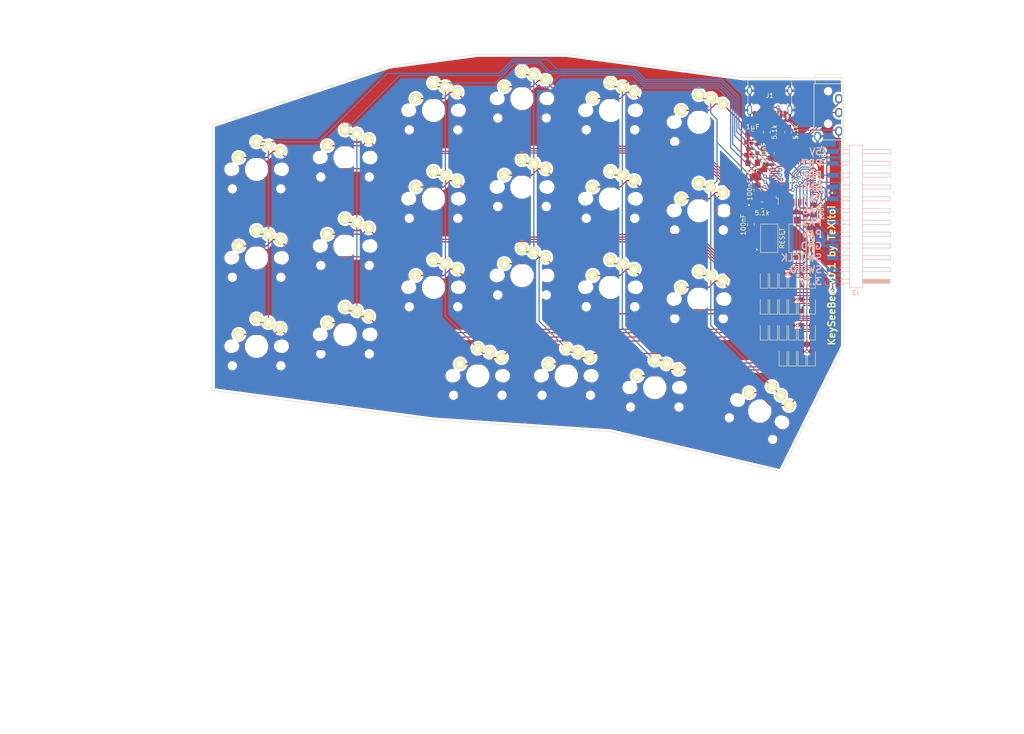
<source format=kicad_pcb>
(kicad_pcb (version 20171130) (host pcbnew 5.0.2+dfsg1-1)
  (layers (0 F.Cu signal) (31 B.Cu signal) (34 B.Paste user) (35 F.Paste user) (36 B.SilkS user) (37 F.SilkS user) (38 B.Mask user) (39 F.Mask user) (44 Edge.Cuts user))
  (net 0 "")
  (net 1 GND)
  (net 2 5V)
  (net 3 "Net-(J1-PadB8)")
  (net 4 "Net-(J1-PadA5)")
  (net 5 D-)
  (net 6 D+)
  (net 7 "Net-(J1-PadA8)")
  (net 8 "Net-(J1-PadB5)")
  (net 9 "Net-(R1-Pad1)")
  (net 10 3.3V)
  (net 11 VBAT)
  (net 12 "Net-(U1-Pad5)")
  (net 13 "Net-(U1-Pad6)")
  (net 14 "Net-(C1-Pad2)")
  (net 15 "Net-(U1-Pad10)")
  (net 16 "Net-(U1-Pad11)")
  (net 17 "Net-(U1-Pad12)")
  (net 18 "Net-(U1-Pad13)")
  (net 19 PA4)
  (net 20 PA5)
  (net 21 PA6)
  (net 22 PA7)
  (net 23 ROW1)
  (net 24 ROW2)
  (net 25 ROW3)
  (net 26 ROW4)
  (net 27 SWDIO)
  (net 28 SWDCLK)
  (net 29 COL1)
  (net 30 COL2)
  (net 31 COL3)
  (net 32 COL4)
  (net 33 PB6)
  (net 34 PB7)
  (net 35 COL5)
  (net 36 COL6)
  (net 37 TX)
  (net 38 RX)
  (net 39 "Net-(U1-Pad2)")
  (net 40 "Net-(U1-Pad3)")
  (net 41 "Net-(U1-Pad4)")
  (net 42 "Net-(U1-Pad22)")
  (net 43 "Net-(U1-Pad26)")
  (net 44 "Net-(U1-Pad27)")
  (net 45 "Net-(U1-Pad28)")
  (net 46 "Net-(U1-Pad29)")
  (net 47 "Net-(D24-Pad1)")
  (net 48 "Net-(D11-Pad1)")
  (net 49 "Net-(D12-Pad1)")
  (net 50 "Net-(D14-Pad1)")
  (net 51 "Net-(D15-Pad1)")
  (net 52 "Net-(D16-Pad1)")
  (net 53 "Net-(D17-Pad1)")
  (net 54 "Net-(D19-Pad1)")
  (net 55 "Net-(D20-Pad1)")
  (net 56 "Net-(D21-Pad1)")
  (net 57 "Net-(D23-Pad1)")
  (net 58 "Net-(D9-Pad1)")
  (net 59 "Net-(D7-Pad1)")
  (net 60 "Net-(D6-Pad1)")
  (net 61 "Net-(D5-Pad1)")
  (net 62 "Net-(D25-Pad1)")
  (net 63 "Net-(D26-Pad1)")
  (net 64 "Net-(D33-Pad1)")
  (net 65 "Net-(D34-Pad1)")
  (net 66 "Net-(D35-Pad1)")
  (net 67 "Net-(D36-Pad1)")
  (net 68 "Net-(D10-Pad1)")
  (module foostan-kbd:CherryMX_Choc_1u (layer F.Cu) (at 209.55 56.515)
    (fp_text reference SW12 hide)
    (fp_text value SW_Push hide)
    (pad 1 thru_hole circle (at 5.1 -3.9 310) (size 2.2 2.2) (drill 1.2) (layers *.Cu F.SilkS B.Mask) (net 50 "Net-(D14-Pad1)"))
    (pad "" np_thru_hole circle (at 0 0 90) (size 4 4) (drill 4) (layers *.Cu *.Mask))
    (pad "" np_thru_hole circle (at -5.5 0 90) (size 1.9 1.9) (drill 1.9) (layers *.Cu *.Mask))
    (pad "" np_thru_hole circle (at 5.5 0 90) (size 1.9 1.9) (drill 1.9) (layers *.Cu *.Mask))
    (pad 2 thru_hole circle (at 0 -5.9 90) (size 2.2 2.2) (drill 1.2) (layers *.Cu F.SilkS B.Mask) (net 36 COL6))
    (pad 2 thru_hole circle (at 2.54 -5.08) (size 2.2 2.2) (drill 1.2) (layers *.Cu F.SilkS B.Mask) (net 36 COL6))
    (pad 1 thru_hole circle (at -3.81 -2.54 50) (size 2.2 2.2) (drill 1.2) (layers *.Cu F.SilkS B.Mask) (net 50 "Net-(D14-Pad1)"))
    (pad "" np_thru_hole circle (at 5.08 0) (size 1.7 1.7) (drill 1.7) (layers *.Cu *.Mask))
    (pad "" np_thru_hole circle (at -5.08 0) (size 1.7 1.7) (drill 1.7) (layers *.Cu *.Mask))
    (pad "" np_thru_hole circle (at 5.22 4.2) (size 1 1) (drill 1) (layers *.Cu *.Mask))
    (pad "" np_thru_hole circle (at -5.22 4.2) (size 1 1) (drill 1) (layers *.Cu *.Mask))
  )
  (module foostan-kbd:CherryMX_Choc_1u (layer F.Cu) (at 200.025 113.665)
    (fp_text reference SW34 hide)
    (fp_text value SW_Push hide)
    (pad "" np_thru_hole circle (at -5.22 4.2) (size 1 1) (drill 1) (layers *.Cu *.Mask))
    (pad "" np_thru_hole circle (at 5.22 4.2) (size 1 1) (drill 1) (layers *.Cu *.Mask))
    (pad "" np_thru_hole circle (at -5.08 0) (size 1.7 1.7) (drill 1.7) (layers *.Cu *.Mask))
    (pad "" np_thru_hole circle (at 5.08 0) (size 1.7 1.7) (drill 1.7) (layers *.Cu *.Mask))
    (pad 1 thru_hole circle (at -3.81 -2.54 50) (size 2.2 2.2) (drill 1.2) (layers *.Cu F.SilkS B.Mask) (net 67 "Net-(D36-Pad1)"))
    (pad 2 thru_hole circle (at 2.54 -5.08) (size 2.2 2.2) (drill 1.2) (layers *.Cu F.SilkS B.Mask) (net 35 COL5))
    (pad 2 thru_hole circle (at 0 -5.9 90) (size 2.2 2.2) (drill 1.2) (layers *.Cu F.SilkS B.Mask) (net 35 COL5))
    (pad "" np_thru_hole circle (at 5.5 0 90) (size 1.9 1.9) (drill 1.9) (layers *.Cu *.Mask))
    (pad "" np_thru_hole circle (at -5.5 0 90) (size 1.9 1.9) (drill 1.9) (layers *.Cu *.Mask))
    (pad "" np_thru_hole circle (at 0 0 90) (size 4 4) (drill 4) (layers *.Cu *.Mask))
    (pad 1 thru_hole circle (at 5.1 -3.9 310) (size 2.2 2.2) (drill 1.2) (layers *.Cu F.SilkS B.Mask) (net 67 "Net-(D36-Pad1)"))
  )
  (module foostan-kbd:CherryMX_Choc_1u (layer F.Cu) (at 222.631 118.745 333.5)
    (fp_text reference SW15 hide)
    (fp_text value SW_Push hide)
    (pad "" np_thru_hole circle (at -5.22 4.2 333.5) (size 1 1) (drill 1) (layers *.Cu *.Mask))
    (pad "" np_thru_hole circle (at 5.22 4.2 333.5) (size 1 1) (drill 1) (layers *.Cu *.Mask))
    (pad "" np_thru_hole circle (at -5.08 0 333.5) (size 1.7 1.7) (drill 1.7) (layers *.Cu *.Mask))
    (pad "" np_thru_hole circle (at 5.08 0 333.5) (size 1.7 1.7) (drill 1.7) (layers *.Cu *.Mask))
    (pad 1 thru_hole circle (at -3.81 -2.54 23.5) (size 2.2 2.2) (drill 1.2) (layers *.Cu F.SilkS B.Mask) (net 53 "Net-(D17-Pad1)"))
    (pad 2 thru_hole circle (at 2.54 -5.08 333.5) (size 2.2 2.2) (drill 1.2) (layers *.Cu F.SilkS B.Mask) (net 36 COL6))
    (pad 2 thru_hole circle (at 0 -5.9 63.5) (size 2.2 2.2) (drill 1.2) (layers *.Cu F.SilkS B.Mask) (net 36 COL6))
    (pad "" np_thru_hole circle (at 5.5 0 63.5) (size 1.9 1.9) (drill 1.9) (layers *.Cu *.Mask))
    (pad "" np_thru_hole circle (at -5.5 0 63.5) (size 1.9 1.9) (drill 1.9) (layers *.Cu *.Mask))
    (pad "" np_thru_hole circle (at 0 0 63.5) (size 4 4) (drill 4) (layers *.Cu *.Mask))
    (pad 1 thru_hole circle (at 5.1 -3.9 283.5) (size 2.2 2.2) (drill 1.2) (layers *.Cu F.SilkS B.Mask) (net 53 "Net-(D17-Pad1)"))
  )
  (module foostan-kbd:CherryMX_Choc_1u (layer F.Cu) (at 114.3 66.675)
    (fp_text reference SW3 hide)
    (fp_text value SW_Push hide)
    (pad 1 thru_hole circle (at 5.1 -3.9 310) (size 2.2 2.2) (drill 1.2) (layers *.Cu F.SilkS B.Mask) (net 61 "Net-(D5-Pad1)"))
    (pad "" np_thru_hole circle (at 0 0 90) (size 4 4) (drill 4) (layers *.Cu *.Mask))
    (pad "" np_thru_hole circle (at -5.5 0 90) (size 1.9 1.9) (drill 1.9) (layers *.Cu *.Mask))
    (pad "" np_thru_hole circle (at 5.5 0 90) (size 1.9 1.9) (drill 1.9) (layers *.Cu *.Mask))
    (pad 2 thru_hole circle (at 0 -5.9 90) (size 2.2 2.2) (drill 1.2) (layers *.Cu F.SilkS B.Mask) (net 29 COL1))
    (pad 2 thru_hole circle (at 2.54 -5.08) (size 2.2 2.2) (drill 1.2) (layers *.Cu F.SilkS B.Mask) (net 29 COL1))
    (pad 1 thru_hole circle (at -3.81 -2.54 50) (size 2.2 2.2) (drill 1.2) (layers *.Cu F.SilkS B.Mask) (net 61 "Net-(D5-Pad1)"))
    (pad "" np_thru_hole circle (at 5.08 0) (size 1.7 1.7) (drill 1.7) (layers *.Cu *.Mask))
    (pad "" np_thru_hole circle (at -5.08 0) (size 1.7 1.7) (drill 1.7) (layers *.Cu *.Mask))
    (pad "" np_thru_hole circle (at 5.22 4.2) (size 1 1) (drill 1) (layers *.Cu *.Mask))
    (pad "" np_thru_hole circle (at -5.22 4.2) (size 1 1) (drill 1) (layers *.Cu *.Mask))
  )
  (module foostan-kbd:CherryMX_Choc_1u (layer F.Cu) (at 114.3 85.725)
    (fp_text reference SW4 hide)
    (fp_text value SW_Push hide)
    (pad "" np_thru_hole circle (at -5.22 4.2) (size 1 1) (drill 1) (layers *.Cu *.Mask))
    (pad "" np_thru_hole circle (at 5.22 4.2) (size 1 1) (drill 1) (layers *.Cu *.Mask))
    (pad "" np_thru_hole circle (at -5.08 0) (size 1.7 1.7) (drill 1.7) (layers *.Cu *.Mask))
    (pad "" np_thru_hole circle (at 5.08 0) (size 1.7 1.7) (drill 1.7) (layers *.Cu *.Mask))
    (pad 1 thru_hole circle (at -3.81 -2.54 50) (size 2.2 2.2) (drill 1.2) (layers *.Cu F.SilkS B.Mask) (net 60 "Net-(D6-Pad1)"))
    (pad 2 thru_hole circle (at 2.54 -5.08) (size 2.2 2.2) (drill 1.2) (layers *.Cu F.SilkS B.Mask) (net 29 COL1))
    (pad 2 thru_hole circle (at 0 -5.9 90) (size 2.2 2.2) (drill 1.2) (layers *.Cu F.SilkS B.Mask) (net 29 COL1))
    (pad "" np_thru_hole circle (at 5.5 0 90) (size 1.9 1.9) (drill 1.9) (layers *.Cu *.Mask))
    (pad "" np_thru_hole circle (at -5.5 0 90) (size 1.9 1.9) (drill 1.9) (layers *.Cu *.Mask))
    (pad "" np_thru_hole circle (at 0 0 90) (size 4 4) (drill 4) (layers *.Cu *.Mask))
    (pad 1 thru_hole circle (at 5.1 -3.9 310) (size 2.2 2.2) (drill 1.2) (layers *.Cu F.SilkS B.Mask) (net 60 "Net-(D6-Pad1)"))
  )
  (module foostan-kbd:CherryMX_Choc_1u (layer F.Cu) (at 114.3 104.775)
    (fp_text reference SW5 hide)
    (fp_text value SW_Push hide)
    (pad 1 thru_hole circle (at 5.1 -3.9 310) (size 2.2 2.2) (drill 1.2) (layers *.Cu F.SilkS B.Mask) (net 59 "Net-(D7-Pad1)"))
    (pad "" np_thru_hole circle (at 0 0 90) (size 4 4) (drill 4) (layers *.Cu *.Mask))
    (pad "" np_thru_hole circle (at -5.5 0 90) (size 1.9 1.9) (drill 1.9) (layers *.Cu *.Mask))
    (pad "" np_thru_hole circle (at 5.5 0 90) (size 1.9 1.9) (drill 1.9) (layers *.Cu *.Mask))
    (pad 2 thru_hole circle (at 0 -5.9 90) (size 2.2 2.2) (drill 1.2) (layers *.Cu F.SilkS B.Mask) (net 29 COL1))
    (pad 2 thru_hole circle (at 2.54 -5.08) (size 2.2 2.2) (drill 1.2) (layers *.Cu F.SilkS B.Mask) (net 29 COL1))
    (pad 1 thru_hole circle (at -3.81 -2.54 50) (size 2.2 2.2) (drill 1.2) (layers *.Cu F.SilkS B.Mask) (net 59 "Net-(D7-Pad1)"))
    (pad "" np_thru_hole circle (at 5.08 0) (size 1.7 1.7) (drill 1.7) (layers *.Cu *.Mask))
    (pad "" np_thru_hole circle (at -5.08 0) (size 1.7 1.7) (drill 1.7) (layers *.Cu *.Mask))
    (pad "" np_thru_hole circle (at 5.22 4.2) (size 1 1) (drill 1) (layers *.Cu *.Mask))
    (pad "" np_thru_hole circle (at -5.22 4.2) (size 1 1) (drill 1) (layers *.Cu *.Mask))
  )
  (module foostan-kbd:CherryMX_Choc_1u (layer F.Cu) (at 152.4 53.975)
    (fp_text reference SW7 hide)
    (fp_text value SW_Push hide)
    (pad "" np_thru_hole circle (at -5.22 4.2) (size 1 1) (drill 1) (layers *.Cu *.Mask))
    (pad "" np_thru_hole circle (at 5.22 4.2) (size 1 1) (drill 1) (layers *.Cu *.Mask))
    (pad "" np_thru_hole circle (at -5.08 0) (size 1.7 1.7) (drill 1.7) (layers *.Cu *.Mask))
    (pad "" np_thru_hole circle (at 5.08 0) (size 1.7 1.7) (drill 1.7) (layers *.Cu *.Mask))
    (pad 1 thru_hole circle (at -3.81 -2.54 50) (size 2.2 2.2) (drill 1.2) (layers *.Cu F.SilkS B.Mask) (net 58 "Net-(D9-Pad1)"))
    (pad 2 thru_hole circle (at 2.54 -5.08) (size 2.2 2.2) (drill 1.2) (layers *.Cu F.SilkS B.Mask) (net 31 COL3))
    (pad 2 thru_hole circle (at 0 -5.9 90) (size 2.2 2.2) (drill 1.2) (layers *.Cu F.SilkS B.Mask) (net 31 COL3))
    (pad "" np_thru_hole circle (at 5.5 0 90) (size 1.9 1.9) (drill 1.9) (layers *.Cu *.Mask))
    (pad "" np_thru_hole circle (at -5.5 0 90) (size 1.9 1.9) (drill 1.9) (layers *.Cu *.Mask))
    (pad "" np_thru_hole circle (at 0 0 90) (size 4 4) (drill 4) (layers *.Cu *.Mask))
    (pad 1 thru_hole circle (at 5.1 -3.9 310) (size 2.2 2.2) (drill 1.2) (layers *.Cu F.SilkS B.Mask) (net 58 "Net-(D9-Pad1)"))
  )
  (module foostan-kbd:CherryMX_Choc_1u (layer F.Cu) (at 209.55 75.565)
    (fp_text reference SW13 hide)
    (fp_text value SW_Push hide)
    (pad 1 thru_hole circle (at 5.1 -3.9 310) (size 2.2 2.2) (drill 1.2) (layers *.Cu F.SilkS B.Mask) (net 51 "Net-(D15-Pad1)"))
    (pad "" np_thru_hole circle (at 0 0 90) (size 4 4) (drill 4) (layers *.Cu *.Mask))
    (pad "" np_thru_hole circle (at -5.5 0 90) (size 1.9 1.9) (drill 1.9) (layers *.Cu *.Mask))
    (pad "" np_thru_hole circle (at 5.5 0 90) (size 1.9 1.9) (drill 1.9) (layers *.Cu *.Mask))
    (pad 2 thru_hole circle (at 0 -5.9 90) (size 2.2 2.2) (drill 1.2) (layers *.Cu F.SilkS B.Mask) (net 36 COL6))
    (pad 2 thru_hole circle (at 2.54 -5.08) (size 2.2 2.2) (drill 1.2) (layers *.Cu F.SilkS B.Mask) (net 36 COL6))
    (pad 1 thru_hole circle (at -3.81 -2.54 50) (size 2.2 2.2) (drill 1.2) (layers *.Cu F.SilkS B.Mask) (net 51 "Net-(D15-Pad1)"))
    (pad "" np_thru_hole circle (at 5.08 0) (size 1.7 1.7) (drill 1.7) (layers *.Cu *.Mask))
    (pad "" np_thru_hole circle (at -5.08 0) (size 1.7 1.7) (drill 1.7) (layers *.Cu *.Mask))
    (pad "" np_thru_hole circle (at 5.22 4.2) (size 1 1) (drill 1) (layers *.Cu *.Mask))
    (pad "" np_thru_hole circle (at -5.22 4.2) (size 1 1) (drill 1) (layers *.Cu *.Mask))
  )
  (module foostan-kbd:CherryMX_Choc_1u (layer F.Cu) (at 152.4 73.025)
    (fp_text reference SW8 hide)
    (fp_text value SW_Push hide)
    (pad "" np_thru_hole circle (at -5.22 4.2) (size 1 1) (drill 1) (layers *.Cu *.Mask))
    (pad "" np_thru_hole circle (at 5.22 4.2) (size 1 1) (drill 1) (layers *.Cu *.Mask))
    (pad "" np_thru_hole circle (at -5.08 0) (size 1.7 1.7) (drill 1.7) (layers *.Cu *.Mask))
    (pad "" np_thru_hole circle (at 5.08 0) (size 1.7 1.7) (drill 1.7) (layers *.Cu *.Mask))
    (pad 1 thru_hole circle (at -3.81 -2.54 50) (size 2.2 2.2) (drill 1.2) (layers *.Cu F.SilkS B.Mask) (net 68 "Net-(D10-Pad1)"))
    (pad 2 thru_hole circle (at 2.54 -5.08) (size 2.2 2.2) (drill 1.2) (layers *.Cu F.SilkS B.Mask) (net 31 COL3))
    (pad 2 thru_hole circle (at 0 -5.9 90) (size 2.2 2.2) (drill 1.2) (layers *.Cu F.SilkS B.Mask) (net 31 COL3))
    (pad "" np_thru_hole circle (at 5.5 0 90) (size 1.9 1.9) (drill 1.9) (layers *.Cu *.Mask))
    (pad "" np_thru_hole circle (at -5.5 0 90) (size 1.9 1.9) (drill 1.9) (layers *.Cu *.Mask))
    (pad "" np_thru_hole circle (at 0 0 90) (size 4 4) (drill 4) (layers *.Cu *.Mask))
    (pad 1 thru_hole circle (at 5.1 -3.9 310) (size 2.2 2.2) (drill 1.2) (layers *.Cu F.SilkS B.Mask) (net 68 "Net-(D10-Pad1)"))
  )
  (module foostan-kbd:CherryMX_Choc_1u (layer F.Cu) (at 152.4 92.075)
    (fp_text reference SW9 hide)
    (fp_text value SW_Push hide)
    (pad 1 thru_hole circle (at 5.1 -3.9 310) (size 2.2 2.2) (drill 1.2) (layers *.Cu F.SilkS B.Mask) (net 48 "Net-(D11-Pad1)"))
    (pad "" np_thru_hole circle (at 0 0 90) (size 4 4) (drill 4) (layers *.Cu *.Mask))
    (pad "" np_thru_hole circle (at -5.5 0 90) (size 1.9 1.9) (drill 1.9) (layers *.Cu *.Mask))
    (pad "" np_thru_hole circle (at 5.5 0 90) (size 1.9 1.9) (drill 1.9) (layers *.Cu *.Mask))
    (pad 2 thru_hole circle (at 0 -5.9 90) (size 2.2 2.2) (drill 1.2) (layers *.Cu F.SilkS B.Mask) (net 31 COL3))
    (pad 2 thru_hole circle (at 2.54 -5.08) (size 2.2 2.2) (drill 1.2) (layers *.Cu F.SilkS B.Mask) (net 31 COL3))
    (pad 1 thru_hole circle (at -3.81 -2.54 50) (size 2.2 2.2) (drill 1.2) (layers *.Cu F.SilkS B.Mask) (net 48 "Net-(D11-Pad1)"))
    (pad "" np_thru_hole circle (at 5.08 0) (size 1.7 1.7) (drill 1.7) (layers *.Cu *.Mask))
    (pad "" np_thru_hole circle (at -5.08 0) (size 1.7 1.7) (drill 1.7) (layers *.Cu *.Mask))
    (pad "" np_thru_hole circle (at 5.22 4.2) (size 1 1) (drill 1) (layers *.Cu *.Mask))
    (pad "" np_thru_hole circle (at -5.22 4.2) (size 1 1) (drill 1) (layers *.Cu *.Mask))
  )
  (module foostan-kbd:CherryMX_Choc_1u (layer F.Cu) (at 161.925 111.125)
    (fp_text reference SW10 hide)
    (fp_text value SW_Push hide)
    (pad "" np_thru_hole circle (at -5.22 4.2) (size 1 1) (drill 1) (layers *.Cu *.Mask))
    (pad "" np_thru_hole circle (at 5.22 4.2) (size 1 1) (drill 1) (layers *.Cu *.Mask))
    (pad "" np_thru_hole circle (at -5.08 0) (size 1.7 1.7) (drill 1.7) (layers *.Cu *.Mask))
    (pad "" np_thru_hole circle (at 5.08 0) (size 1.7 1.7) (drill 1.7) (layers *.Cu *.Mask))
    (pad 1 thru_hole circle (at -3.81 -2.54 50) (size 2.2 2.2) (drill 1.2) (layers *.Cu F.SilkS B.Mask) (net 49 "Net-(D12-Pad1)"))
    (pad 2 thru_hole circle (at 2.54 -5.08) (size 2.2 2.2) (drill 1.2) (layers *.Cu F.SilkS B.Mask) (net 31 COL3))
    (pad 2 thru_hole circle (at 0 -5.9 90) (size 2.2 2.2) (drill 1.2) (layers *.Cu F.SilkS B.Mask) (net 31 COL3))
    (pad "" np_thru_hole circle (at 5.5 0 90) (size 1.9 1.9) (drill 1.9) (layers *.Cu *.Mask))
    (pad "" np_thru_hole circle (at -5.5 0 90) (size 1.9 1.9) (drill 1.9) (layers *.Cu *.Mask))
    (pad "" np_thru_hole circle (at 0 0 90) (size 4 4) (drill 4) (layers *.Cu *.Mask))
    (pad 1 thru_hole circle (at 5.1 -3.9 310) (size 2.2 2.2) (drill 1.2) (layers *.Cu F.SilkS B.Mask) (net 49 "Net-(D12-Pad1)"))
  )
  (module foostan-kbd:CherryMX_Choc_1u (layer F.Cu) (at 209.55 94.615)
    (fp_text reference SW14 hide)
    (fp_text value SW_Push hide)
    (pad "" np_thru_hole circle (at -5.22 4.2) (size 1 1) (drill 1) (layers *.Cu *.Mask))
    (pad "" np_thru_hole circle (at 5.22 4.2) (size 1 1) (drill 1) (layers *.Cu *.Mask))
    (pad "" np_thru_hole circle (at -5.08 0) (size 1.7 1.7) (drill 1.7) (layers *.Cu *.Mask))
    (pad "" np_thru_hole circle (at 5.08 0) (size 1.7 1.7) (drill 1.7) (layers *.Cu *.Mask))
    (pad 1 thru_hole circle (at -3.81 -2.54 50) (size 2.2 2.2) (drill 1.2) (layers *.Cu F.SilkS B.Mask) (net 52 "Net-(D16-Pad1)"))
    (pad 2 thru_hole circle (at 2.54 -5.08) (size 2.2 2.2) (drill 1.2) (layers *.Cu F.SilkS B.Mask) (net 36 COL6))
    (pad 2 thru_hole circle (at 0 -5.9 90) (size 2.2 2.2) (drill 1.2) (layers *.Cu F.SilkS B.Mask) (net 36 COL6))
    (pad "" np_thru_hole circle (at 5.5 0 90) (size 1.9 1.9) (drill 1.9) (layers *.Cu *.Mask))
    (pad "" np_thru_hole circle (at -5.5 0 90) (size 1.9 1.9) (drill 1.9) (layers *.Cu *.Mask))
    (pad "" np_thru_hole circle (at 0 0 90) (size 4 4) (drill 4) (layers *.Cu *.Mask))
    (pad 1 thru_hole circle (at 5.1 -3.9 310) (size 2.2 2.2) (drill 1.2) (layers *.Cu F.SilkS B.Mask) (net 52 "Net-(D16-Pad1)"))
  )
  (module foostan-kbd:CherryMX_Choc_1u (layer F.Cu) (at 133.35 64.135)
    (fp_text reference SW17 hide)
    (fp_text value SW_Push hide)
    (pad 1 thru_hole circle (at 5.1 -3.9 310) (size 2.2 2.2) (drill 1.2) (layers *.Cu F.SilkS B.Mask) (net 54 "Net-(D19-Pad1)"))
    (pad "" np_thru_hole circle (at 0 0 90) (size 4 4) (drill 4) (layers *.Cu *.Mask))
    (pad "" np_thru_hole circle (at -5.5 0 90) (size 1.9 1.9) (drill 1.9) (layers *.Cu *.Mask))
    (pad "" np_thru_hole circle (at 5.5 0 90) (size 1.9 1.9) (drill 1.9) (layers *.Cu *.Mask))
    (pad 2 thru_hole circle (at 0 -5.9 90) (size 2.2 2.2) (drill 1.2) (layers *.Cu F.SilkS B.Mask) (net 30 COL2))
    (pad 2 thru_hole circle (at 2.54 -5.08) (size 2.2 2.2) (drill 1.2) (layers *.Cu F.SilkS B.Mask) (net 30 COL2))
    (pad 1 thru_hole circle (at -3.81 -2.54 50) (size 2.2 2.2) (drill 1.2) (layers *.Cu F.SilkS B.Mask) (net 54 "Net-(D19-Pad1)"))
    (pad "" np_thru_hole circle (at 5.08 0) (size 1.7 1.7) (drill 1.7) (layers *.Cu *.Mask))
    (pad "" np_thru_hole circle (at -5.08 0) (size 1.7 1.7) (drill 1.7) (layers *.Cu *.Mask))
    (pad "" np_thru_hole circle (at 5.22 4.2) (size 1 1) (drill 1) (layers *.Cu *.Mask))
    (pad "" np_thru_hole circle (at -5.22 4.2) (size 1 1) (drill 1) (layers *.Cu *.Mask))
  )
  (module foostan-kbd:CherryMX_Choc_1u (layer F.Cu) (at 133.35 83.185)
    (fp_text reference SW18 hide)
    (fp_text value SW_Push hide)
    (pad "" np_thru_hole circle (at -5.22 4.2) (size 1 1) (drill 1) (layers *.Cu *.Mask))
    (pad "" np_thru_hole circle (at 5.22 4.2) (size 1 1) (drill 1) (layers *.Cu *.Mask))
    (pad "" np_thru_hole circle (at -5.08 0) (size 1.7 1.7) (drill 1.7) (layers *.Cu *.Mask))
    (pad "" np_thru_hole circle (at 5.08 0) (size 1.7 1.7) (drill 1.7) (layers *.Cu *.Mask))
    (pad 1 thru_hole circle (at -3.81 -2.54 50) (size 2.2 2.2) (drill 1.2) (layers *.Cu F.SilkS B.Mask) (net 55 "Net-(D20-Pad1)"))
    (pad 2 thru_hole circle (at 2.54 -5.08) (size 2.2 2.2) (drill 1.2) (layers *.Cu F.SilkS B.Mask) (net 30 COL2))
    (pad 2 thru_hole circle (at 0 -5.9 90) (size 2.2 2.2) (drill 1.2) (layers *.Cu F.SilkS B.Mask) (net 30 COL2))
    (pad "" np_thru_hole circle (at 5.5 0 90) (size 1.9 1.9) (drill 1.9) (layers *.Cu *.Mask))
    (pad "" np_thru_hole circle (at -5.5 0 90) (size 1.9 1.9) (drill 1.9) (layers *.Cu *.Mask))
    (pad "" np_thru_hole circle (at 0 0 90) (size 4 4) (drill 4) (layers *.Cu *.Mask))
    (pad 1 thru_hole circle (at 5.1 -3.9 310) (size 2.2 2.2) (drill 1.2) (layers *.Cu F.SilkS B.Mask) (net 55 "Net-(D20-Pad1)"))
  )
  (module foostan-kbd:CherryMX_Choc_1u (layer F.Cu) (at 133.35 102.235)
    (fp_text reference SW19 hide)
    (fp_text value SW_Push hide)
    (pad 1 thru_hole circle (at 5.1 -3.9 310) (size 2.2 2.2) (drill 1.2) (layers *.Cu F.SilkS B.Mask) (net 56 "Net-(D21-Pad1)"))
    (pad "" np_thru_hole circle (at 0 0 90) (size 4 4) (drill 4) (layers *.Cu *.Mask))
    (pad "" np_thru_hole circle (at -5.5 0 90) (size 1.9 1.9) (drill 1.9) (layers *.Cu *.Mask))
    (pad "" np_thru_hole circle (at 5.5 0 90) (size 1.9 1.9) (drill 1.9) (layers *.Cu *.Mask))
    (pad 2 thru_hole circle (at 0 -5.9 90) (size 2.2 2.2) (drill 1.2) (layers *.Cu F.SilkS B.Mask) (net 30 COL2))
    (pad 2 thru_hole circle (at 2.54 -5.08) (size 2.2 2.2) (drill 1.2) (layers *.Cu F.SilkS B.Mask) (net 30 COL2))
    (pad 1 thru_hole circle (at -3.81 -2.54 50) (size 2.2 2.2) (drill 1.2) (layers *.Cu F.SilkS B.Mask) (net 56 "Net-(D21-Pad1)"))
    (pad "" np_thru_hole circle (at 5.08 0) (size 1.7 1.7) (drill 1.7) (layers *.Cu *.Mask))
    (pad "" np_thru_hole circle (at -5.08 0) (size 1.7 1.7) (drill 1.7) (layers *.Cu *.Mask))
    (pad "" np_thru_hole circle (at 5.22 4.2) (size 1 1) (drill 1) (layers *.Cu *.Mask))
    (pad "" np_thru_hole circle (at -5.22 4.2) (size 1 1) (drill 1) (layers *.Cu *.Mask))
  )
  (module foostan-kbd:CherryMX_Choc_1u (layer F.Cu) (at 171.45 51.435)
    (fp_text reference SW21 hide)
    (fp_text value SW_Push hide)
    (pad "" np_thru_hole circle (at -5.22 4.2) (size 1 1) (drill 1) (layers *.Cu *.Mask))
    (pad "" np_thru_hole circle (at 5.22 4.2) (size 1 1) (drill 1) (layers *.Cu *.Mask))
    (pad "" np_thru_hole circle (at -5.08 0) (size 1.7 1.7) (drill 1.7) (layers *.Cu *.Mask))
    (pad "" np_thru_hole circle (at 5.08 0) (size 1.7 1.7) (drill 1.7) (layers *.Cu *.Mask))
    (pad 1 thru_hole circle (at -3.81 -2.54 50) (size 2.2 2.2) (drill 1.2) (layers *.Cu F.SilkS B.Mask) (net 57 "Net-(D23-Pad1)"))
    (pad 2 thru_hole circle (at 2.54 -5.08) (size 2.2 2.2) (drill 1.2) (layers *.Cu F.SilkS B.Mask) (net 32 COL4))
    (pad 2 thru_hole circle (at 0 -5.9 90) (size 2.2 2.2) (drill 1.2) (layers *.Cu F.SilkS B.Mask) (net 32 COL4))
    (pad "" np_thru_hole circle (at 5.5 0 90) (size 1.9 1.9) (drill 1.9) (layers *.Cu *.Mask))
    (pad "" np_thru_hole circle (at -5.5 0 90) (size 1.9 1.9) (drill 1.9) (layers *.Cu *.Mask))
    (pad "" np_thru_hole circle (at 0 0 90) (size 4 4) (drill 4) (layers *.Cu *.Mask))
    (pad 1 thru_hole circle (at 5.1 -3.9 310) (size 2.2 2.2) (drill 1.2) (layers *.Cu F.SilkS B.Mask) (net 57 "Net-(D23-Pad1)"))
  )
  (module foostan-kbd:CherryMX_Choc_1u (layer F.Cu) (at 171.45 70.485)
    (fp_text reference SW22 hide)
    (fp_text value SW_Push hide)
    (pad 1 thru_hole circle (at 5.1 -3.9 310) (size 2.2 2.2) (drill 1.2) (layers *.Cu F.SilkS B.Mask) (net 47 "Net-(D24-Pad1)"))
    (pad "" np_thru_hole circle (at 0 0 90) (size 4 4) (drill 4) (layers *.Cu *.Mask))
    (pad "" np_thru_hole circle (at -5.5 0 90) (size 1.9 1.9) (drill 1.9) (layers *.Cu *.Mask))
    (pad "" np_thru_hole circle (at 5.5 0 90) (size 1.9 1.9) (drill 1.9) (layers *.Cu *.Mask))
    (pad 2 thru_hole circle (at 0 -5.9 90) (size 2.2 2.2) (drill 1.2) (layers *.Cu F.SilkS B.Mask) (net 32 COL4))
    (pad 2 thru_hole circle (at 2.54 -5.08) (size 2.2 2.2) (drill 1.2) (layers *.Cu F.SilkS B.Mask) (net 32 COL4))
    (pad 1 thru_hole circle (at -3.81 -2.54 50) (size 2.2 2.2) (drill 1.2) (layers *.Cu F.SilkS B.Mask) (net 47 "Net-(D24-Pad1)"))
    (pad "" np_thru_hole circle (at 5.08 0) (size 1.7 1.7) (drill 1.7) (layers *.Cu *.Mask))
    (pad "" np_thru_hole circle (at -5.08 0) (size 1.7 1.7) (drill 1.7) (layers *.Cu *.Mask))
    (pad "" np_thru_hole circle (at 5.22 4.2) (size 1 1) (drill 1) (layers *.Cu *.Mask))
    (pad "" np_thru_hole circle (at -5.22 4.2) (size 1 1) (drill 1) (layers *.Cu *.Mask))
  )
  (module foostan-kbd:CherryMX_Choc_1u (layer F.Cu) (at 171.45 89.535)
    (fp_text reference SW23 hide)
    (fp_text value SW_Push hide)
    (pad "" np_thru_hole circle (at -5.22 4.2) (size 1 1) (drill 1) (layers *.Cu *.Mask))
    (pad "" np_thru_hole circle (at 5.22 4.2) (size 1 1) (drill 1) (layers *.Cu *.Mask))
    (pad "" np_thru_hole circle (at -5.08 0) (size 1.7 1.7) (drill 1.7) (layers *.Cu *.Mask))
    (pad "" np_thru_hole circle (at 5.08 0) (size 1.7 1.7) (drill 1.7) (layers *.Cu *.Mask))
    (pad 1 thru_hole circle (at -3.81 -2.54 50) (size 2.2 2.2) (drill 1.2) (layers *.Cu F.SilkS B.Mask) (net 62 "Net-(D25-Pad1)"))
    (pad 2 thru_hole circle (at 2.54 -5.08) (size 2.2 2.2) (drill 1.2) (layers *.Cu F.SilkS B.Mask) (net 32 COL4))
    (pad 2 thru_hole circle (at 0 -5.9 90) (size 2.2 2.2) (drill 1.2) (layers *.Cu F.SilkS B.Mask) (net 32 COL4))
    (pad "" np_thru_hole circle (at 5.5 0 90) (size 1.9 1.9) (drill 1.9) (layers *.Cu *.Mask))
    (pad "" np_thru_hole circle (at -5.5 0 90) (size 1.9 1.9) (drill 1.9) (layers *.Cu *.Mask))
    (pad "" np_thru_hole circle (at 0 0 90) (size 4 4) (drill 4) (layers *.Cu *.Mask))
    (pad 1 thru_hole circle (at 5.1 -3.9 310) (size 2.2 2.2) (drill 1.2) (layers *.Cu F.SilkS B.Mask) (net 62 "Net-(D25-Pad1)"))
  )
  (module foostan-kbd:CherryMX_Choc_1u (layer F.Cu) (at 190.5 53.975)
    (fp_text reference SW31 hide)
    (fp_text value SW_Push hide)
    (pad 1 thru_hole circle (at 5.1 -3.9 310) (size 2.2 2.2) (drill 1.2) (layers *.Cu F.SilkS B.Mask) (net 64 "Net-(D33-Pad1)"))
    (pad "" np_thru_hole circle (at 0 0 90) (size 4 4) (drill 4) (layers *.Cu *.Mask))
    (pad "" np_thru_hole circle (at -5.5 0 90) (size 1.9 1.9) (drill 1.9) (layers *.Cu *.Mask))
    (pad "" np_thru_hole circle (at 5.5 0 90) (size 1.9 1.9) (drill 1.9) (layers *.Cu *.Mask))
    (pad 2 thru_hole circle (at 0 -5.9 90) (size 2.2 2.2) (drill 1.2) (layers *.Cu F.SilkS B.Mask) (net 35 COL5))
    (pad 2 thru_hole circle (at 2.54 -5.08) (size 2.2 2.2) (drill 1.2) (layers *.Cu F.SilkS B.Mask) (net 35 COL5))
    (pad 1 thru_hole circle (at -3.81 -2.54 50) (size 2.2 2.2) (drill 1.2) (layers *.Cu F.SilkS B.Mask) (net 64 "Net-(D33-Pad1)"))
    (pad "" np_thru_hole circle (at 5.08 0) (size 1.7 1.7) (drill 1.7) (layers *.Cu *.Mask))
    (pad "" np_thru_hole circle (at -5.08 0) (size 1.7 1.7) (drill 1.7) (layers *.Cu *.Mask))
    (pad "" np_thru_hole circle (at 5.22 4.2) (size 1 1) (drill 1) (layers *.Cu *.Mask))
    (pad "" np_thru_hole circle (at -5.22 4.2) (size 1 1) (drill 1) (layers *.Cu *.Mask))
  )
  (module foostan-kbd:CherryMX_Choc_1u (layer F.Cu) (at 190.5 73.025)
    (fp_text reference SW32 hide)
    (fp_text value SW_Push hide)
    (pad "" np_thru_hole circle (at -5.22 4.2) (size 1 1) (drill 1) (layers *.Cu *.Mask))
    (pad "" np_thru_hole circle (at 5.22 4.2) (size 1 1) (drill 1) (layers *.Cu *.Mask))
    (pad "" np_thru_hole circle (at -5.08 0) (size 1.7 1.7) (drill 1.7) (layers *.Cu *.Mask))
    (pad "" np_thru_hole circle (at 5.08 0) (size 1.7 1.7) (drill 1.7) (layers *.Cu *.Mask))
    (pad 1 thru_hole circle (at -3.81 -2.54 50) (size 2.2 2.2) (drill 1.2) (layers *.Cu F.SilkS B.Mask) (net 65 "Net-(D34-Pad1)"))
    (pad 2 thru_hole circle (at 2.54 -5.08) (size 2.2 2.2) (drill 1.2) (layers *.Cu F.SilkS B.Mask) (net 35 COL5))
    (pad 2 thru_hole circle (at 0 -5.9 90) (size 2.2 2.2) (drill 1.2) (layers *.Cu F.SilkS B.Mask) (net 35 COL5))
    (pad "" np_thru_hole circle (at 5.5 0 90) (size 1.9 1.9) (drill 1.9) (layers *.Cu *.Mask))
    (pad "" np_thru_hole circle (at -5.5 0 90) (size 1.9 1.9) (drill 1.9) (layers *.Cu *.Mask))
    (pad "" np_thru_hole circle (at 0 0 90) (size 4 4) (drill 4) (layers *.Cu *.Mask))
    (pad 1 thru_hole circle (at 5.1 -3.9 310) (size 2.2 2.2) (drill 1.2) (layers *.Cu F.SilkS B.Mask) (net 65 "Net-(D34-Pad1)"))
  )
  (module foostan-kbd:CherryMX_Choc_1u (layer F.Cu) (at 190.5 92.075)
    (fp_text reference SW33 hide)
    (fp_text value SW_Push hide)
    (pad 1 thru_hole circle (at 5.1 -3.9 310) (size 2.2 2.2) (drill 1.2) (layers *.Cu F.SilkS B.Mask) (net 66 "Net-(D35-Pad1)"))
    (pad "" np_thru_hole circle (at 0 0 90) (size 4 4) (drill 4) (layers *.Cu *.Mask))
    (pad "" np_thru_hole circle (at -5.5 0 90) (size 1.9 1.9) (drill 1.9) (layers *.Cu *.Mask))
    (pad "" np_thru_hole circle (at 5.5 0 90) (size 1.9 1.9) (drill 1.9) (layers *.Cu *.Mask))
    (pad 2 thru_hole circle (at 0 -5.9 90) (size 2.2 2.2) (drill 1.2) (layers *.Cu F.SilkS B.Mask) (net 35 COL5))
    (pad 2 thru_hole circle (at 2.54 -5.08) (size 2.2 2.2) (drill 1.2) (layers *.Cu F.SilkS B.Mask) (net 35 COL5))
    (pad 1 thru_hole circle (at -3.81 -2.54 50) (size 2.2 2.2) (drill 1.2) (layers *.Cu F.SilkS B.Mask) (net 66 "Net-(D35-Pad1)"))
    (pad "" np_thru_hole circle (at 5.08 0) (size 1.7 1.7) (drill 1.7) (layers *.Cu *.Mask))
    (pad "" np_thru_hole circle (at -5.08 0) (size 1.7 1.7) (drill 1.7) (layers *.Cu *.Mask))
    (pad "" np_thru_hole circle (at 5.22 4.2) (size 1 1) (drill 1) (layers *.Cu *.Mask))
    (pad "" np_thru_hole circle (at -5.22 4.2) (size 1 1) (drill 1) (layers *.Cu *.Mask))
  )
  (module foostan-kbd:CherryMX_Choc_1u (layer F.Cu) (at 180.975 111.125)
    (fp_text reference SW24 hide)
    (fp_text value SW_Push hide)
    (pad 1 thru_hole circle (at 5.1 -3.9 310) (size 2.2 2.2) (drill 1.2) (layers *.Cu F.SilkS B.Mask) (net 63 "Net-(D26-Pad1)"))
    (pad "" np_thru_hole circle (at 0 0 90) (size 4 4) (drill 4) (layers *.Cu *.Mask))
    (pad "" np_thru_hole circle (at -5.5 0 90) (size 1.9 1.9) (drill 1.9) (layers *.Cu *.Mask))
    (pad "" np_thru_hole circle (at 5.5 0 90) (size 1.9 1.9) (drill 1.9) (layers *.Cu *.Mask))
    (pad 2 thru_hole circle (at 0 -5.9 90) (size 2.2 2.2) (drill 1.2) (layers *.Cu F.SilkS B.Mask) (net 32 COL4))
    (pad 2 thru_hole circle (at 2.54 -5.08) (size 2.2 2.2) (drill 1.2) (layers *.Cu F.SilkS B.Mask) (net 32 COL4))
    (pad 1 thru_hole circle (at -3.81 -2.54 50) (size 2.2 2.2) (drill 1.2) (layers *.Cu F.SilkS B.Mask) (net 63 "Net-(D26-Pad1)"))
    (pad "" np_thru_hole circle (at 5.08 0) (size 1.7 1.7) (drill 1.7) (layers *.Cu *.Mask))
    (pad "" np_thru_hole circle (at -5.08 0) (size 1.7 1.7) (drill 1.7) (layers *.Cu *.Mask))
    (pad "" np_thru_hole circle (at 5.22 4.2) (size 1 1) (drill 1) (layers *.Cu *.Mask))
    (pad "" np_thru_hole circle (at -5.22 4.2) (size 1 1) (drill 1) (layers *.Cu *.Mask))
  )
  (module keebio:TRRS-PJ-320A-no-Fmask (layer F.Cu) (at 237.363 48.26)
    (fp_text reference J2)
    (fp_text value AudioJack4)
    (pad 1 thru_hole oval (at -2.3 11.3) (size 1.6 2) (drill oval 0.9 1.3) (layers *.Cu B.Mask) (net 1 GND))
    (pad 2 thru_hole oval (at 2.3 10.2) (size 1.6 2) (drill oval 0.9 1.3) (layers *.Cu B.Mask) (net 2 5V))
    (pad 4 thru_hole oval (at 2.3 3.2) (size 1.6 2) (drill oval 0.9 1.3) (layers *.Cu B.Mask) (net 38 RX))
    (pad "" np_thru_hole circle (at 0 8.6) (size 0.8 0.8) (drill 0.8) (layers *.Cu *.Mask))
    (pad "" np_thru_hole circle (at 0 1.6) (size 0.8 0.8) (drill 0.8) (layers *.Cu *.Mask))
    (pad 3 thru_hole oval (at 2.3 6.2) (size 1.6 2) (drill oval 0.9 1.3) (layers *.Cu B.Mask) (net 37 TX))
    (pad 4 thru_hole oval (at 2.3 3.2) (size 1 1.4) (drill oval 0.9 1.3) (layers *.Cu F.Mask) (net 38 RX))
    (pad 3 thru_hole oval (at 2.3 6.2) (size 1 1.4) (drill oval 0.9 1.3) (layers *.Cu F.Mask) (net 37 TX))
    (pad 2 thru_hole oval (at 2.3 10.2) (size 1 1.4) (drill oval 0.9 1.3) (layers *.Cu F.Mask) (net 2 5V))
    (pad 1 thru_hole oval (at -2.3 11.3) (size 1 1.4) (drill oval 0.9 1.3) (layers *.Cu F.Mask) (net 1 GND))
  )
  (module kicad-harwin:Harwin_M20-89012xx_1x12_P2.54mm_Horizontal (layer B.Cu) (at 243.84 76.835)
    (fp_text reference J3 (at -0.48 16.44) (layer B.SilkS) (effects (justify mirror)))
    (fp_text value Conn_01x12_Male)
    (pad "" smd rect (at 3.895 13.97) (size 6 0.76) (layers B.SilkS))
    (pad 12 smd rect (at -5.525 -13.97) (size 2.5 1) (layers B.Cu B.Paste B.Mask) (net 2 5V))
    (pad 11 smd rect (at -5.525 -11.43) (size 2.5 1) (layers B.Cu B.Paste B.Mask) (net 34 PB7))
    (pad 10 smd rect (at -5.525 -8.89) (size 2.5 1) (layers B.Cu B.Paste B.Mask) (net 33 PB6))
    (pad 9 smd rect (at -5.525 -6.35) (size 2.5 1) (layers B.Cu B.Paste B.Mask) (net 1 GND))
    (pad 8 smd rect (at -5.525 -3.81) (size 2.5 1) (layers B.Cu B.Paste B.Mask) (net 22 PA7))
    (pad 7 smd rect (at -5.525 -1.27) (size 2.5 1) (layers B.Cu B.Paste B.Mask) (net 21 PA6))
    (pad 6 smd rect (at -5.525 1.27) (size 2.5 1) (layers B.Cu B.Paste B.Mask) (net 20 PA5))
    (pad 5 smd rect (at -5.525 3.81) (size 2.5 1) (layers B.Cu B.Paste B.Mask) (net 19 PA4))
    (pad 4 smd rect (at -5.525 6.35) (size 2.5 1) (layers B.Cu B.Paste B.Mask) (net 1 GND))
    (pad 3 smd rect (at -5.525 8.89) (size 2.5 1) (layers B.Cu B.Paste B.Mask) (net 28 SWDCLK))
    (pad 2 smd rect (at -5.525 11.43) (size 2.5 1) (layers B.Cu B.Paste B.Mask) (net 27 SWDIO))
    (pad 1 smd rect (at -5.525 13.97) (size 2.5 1) (layers B.Cu B.Paste B.Mask) (net 10 3.3V))
  )
  (module Button_Switch_SMD:SW_SPST_CK_RS282G05A3 (layer F.Cu) (at 230.759 81.534 90)
    (fp_text reference SW1 hide)
    (fp_text value BOOT (at 0 2.794 90) (layer F.SilkS))
    (pad 2 smd rect (at 3.9 0 90) (size 1.5 1.5) (layers F.Cu F.Paste F.Mask) (net 10 3.3V))
    (pad 1 smd rect (at -3.9 0 90) (size 1.5 1.5) (layers F.Cu F.Paste F.Mask) (net 9 "Net-(R1-Pad1)"))
  )
  (module Button_Switch_SMD:SW_SPST_CK_RS282G05A3 (layer F.Cu) (at 224.663 81.534 90)
    (fp_text reference SW2 hide)
    (fp_text value RESET (at 0 2.794 90) (layer F.SilkS))
    (pad 2 smd rect (at 3.9 0 90) (size 1.5 1.5) (layers F.Cu F.Paste F.Mask) (net 14 "Net-(C1-Pad2)"))
    (pad 1 smd rect (at -3.9 0 90) (size 1.5 1.5) (layers F.Cu F.Paste F.Mask) (net 1 GND))
  )
  (module Capacitor_SMD:C_0805_2012Metric_Pad1.15x1.40mm_HandSolder (layer F.Cu) (at 221.107 59.182)
    (fp_text reference C7 hide)
    (fp_text value 1µF (at 0 -1.65) (layer F.SilkS))
    (pad 2 smd roundrect (at 1.025 0) (size 1.15 1.4) (layers F.Cu F.Paste F.Mask) (roundrect_rratio 0.217391) (net 2 5V))
    (pad 1 smd roundrect (at -1.025 0) (size 1.15 1.4) (layers F.Cu F.Paste F.Mask) (roundrect_rratio 0.217391) (net 1 GND))
  )
  (module Capacitor_SMD:C_0805_2012Metric_Pad1.15x1.40mm_HandSolder (layer F.Cu) (at 225.044 63.246 270)
    (fp_text reference C5 hide)
    (fp_text value 100nF (at 0 1.524 270) (layer F.SilkS))
    (pad 2 smd roundrect (at 1.025 0 270) (size 1.15 1.4) (layers F.Cu F.Paste F.Mask) (roundrect_rratio 0.217391) (net 10 3.3V))
    (pad 1 smd roundrect (at -1.025 0 270) (size 1.15 1.4) (layers F.Cu F.Paste F.Mask) (roundrect_rratio 0.217391) (net 1 GND))
  )
  (module Capacitor_SMD:C_0805_2012Metric_Pad1.15x1.40mm_HandSolder (layer F.Cu) (at 222.123 71.12 270)
    (fp_text reference C4 hide)
    (fp_text value 100nF (at 0 1.65 270) (layer F.SilkS))
    (pad 2 smd roundrect (at 1.025 0 270) (size 1.15 1.4) (layers F.Cu F.Paste F.Mask) (roundrect_rratio 0.217391) (net 10 3.3V))
    (pad 1 smd roundrect (at -1.025 0 270) (size 1.15 1.4) (layers F.Cu F.Paste F.Mask) (roundrect_rratio 0.217391) (net 1 GND))
  )
  (module Capacitor_SMD:C_0805_2012Metric_Pad1.15x1.40mm_HandSolder (layer F.Cu) (at 234.315 75.438 90)
    (fp_text reference C3 hide)
    (fp_text value 100nF (at 0 1.65 90) (layer F.SilkS))
    (pad 2 smd roundrect (at 1.025 0 90) (size 1.15 1.4) (layers F.Cu F.Paste F.Mask) (roundrect_rratio 0.217391) (net 10 3.3V))
    (pad 1 smd roundrect (at -1.025 0 90) (size 1.15 1.4) (layers F.Cu F.Paste F.Mask) (roundrect_rratio 0.217391) (net 1 GND))
  )
  (module Capacitor_SMD:C_0805_2012Metric_Pad1.15x1.40mm_HandSolder (layer F.Cu) (at 221.107 65.278)
    (fp_text reference C6 hide)
    (fp_text value 1µF (at 0 1.65) (layer F.SilkS))
    (pad 2 smd roundrect (at 1.025 0) (size 1.15 1.4) (layers F.Cu F.Paste F.Mask) (roundrect_rratio 0.217391) (net 10 3.3V))
    (pad 1 smd roundrect (at -1.025 0) (size 1.15 1.4) (layers F.Cu F.Paste F.Mask) (roundrect_rratio 0.217391) (net 1 GND))
  )
  (module Capacitor_SMD:C_0805_2012Metric_Pad1.15x1.40mm_HandSolder (layer F.Cu) (at 220.726 78.613 90)
    (fp_text reference C1 hide)
    (fp_text value 100nF (at 0 -1.65 90) (layer F.SilkS))
    (pad 2 smd roundrect (at 1.025 0 90) (size 1.15 1.4) (layers F.Cu F.Paste F.Mask) (roundrect_rratio 0.217391) (net 14 "Net-(C1-Pad2)"))
    (pad 1 smd roundrect (at -1.025 0 90) (size 1.15 1.4) (layers F.Cu F.Paste F.Mask) (roundrect_rratio 0.217391) (net 1 GND))
  )
  (module Capacitor_SMD:C_0805_2012Metric_Pad1.15x1.40mm_HandSolder (layer F.Cu) (at 234.823 63.754 90)
    (fp_text reference C2 hide)
    (fp_text value 100nF (at 0 1.65 90) (layer F.SilkS))
    (pad 2 smd roundrect (at 1.025 0 90) (size 1.15 1.4) (layers F.Cu F.Paste F.Mask) (roundrect_rratio 0.217391) (net 10 3.3V))
    (pad 1 smd roundrect (at -1.025 0 90) (size 1.15 1.4) (layers F.Cu F.Paste F.Mask) (roundrect_rratio 0.217391) (net 1 GND))
  )
  (module Diode_SMD:D_SOD-323_HandSoldering (layer F.Cu) (at 233.75944 101.544927 90)
    (fp_text reference D16 hide)
    (fp_text value D3.6)
    (pad 2 smd rect (at 1.25 0 90) (size 1 1) (layers F.Cu F.Paste F.Mask) (net 25 ROW3))
    (pad 1 smd rect (at -1.25 0 90) (size 1 1) (layers F.Cu F.Paste F.Mask) (net 52 "Net-(D16-Pad1)"))
  )
  (module Diode_SMD:D_SOD-323_HandSoldering (layer F.Cu) (at 233.75944 90.368927 90)
    (fp_text reference D14 hide)
    (fp_text value D1.6)
    (pad 2 smd rect (at 1.25 0 90) (size 1 1) (layers F.Cu F.Paste F.Mask) (net 23 ROW1))
    (pad 1 smd rect (at -1.25 0 90) (size 1 1) (layers F.Cu F.Paste F.Mask) (net 50 "Net-(D14-Pad1)"))
  )
  (module Diode_SMD:D_SOD-323_HandSoldering (layer F.Cu) (at 227.66344 107.132927 90)
    (fp_text reference D12 hide)
    (fp_text value D4.3)
    (pad 2 smd rect (at 1.25 0 90) (size 1 1) (layers F.Cu F.Paste F.Mask) (net 26 ROW4))
    (pad 1 smd rect (at -1.25 0 90) (size 1 1) (layers F.Cu F.Paste F.Mask) (net 49 "Net-(D12-Pad1)"))
  )
  (module Diode_SMD:D_SOD-323_HandSoldering (layer F.Cu) (at 227.66344 101.544927 90)
    (fp_text reference D11 hide)
    (fp_text value D3.3)
    (pad 2 smd rect (at 1.25 0 90) (size 1 1) (layers F.Cu F.Paste F.Mask) (net 25 ROW3))
    (pad 1 smd rect (at -1.25 0 90) (size 1 1) (layers F.Cu F.Paste F.Mask) (net 48 "Net-(D11-Pad1)"))
  )
  (module Diode_SMD:D_SOD-323_HandSoldering (layer F.Cu) (at 227.66344 95.956927 90)
    (fp_text reference D10 hide)
    (fp_text value D2.3)
    (pad 2 smd rect (at 1.25 0 90) (size 1 1) (layers F.Cu F.Paste F.Mask) (net 24 ROW2))
    (pad 1 smd rect (at -1.25 0 90) (size 1 1) (layers F.Cu F.Paste F.Mask) (net 68 "Net-(D10-Pad1)"))
  )
  (module Diode_SMD:D_SOD-323_HandSoldering (layer F.Cu) (at 227.66344 90.368927 90)
    (fp_text reference D9 hide)
    (fp_text value D1.3)
    (pad 2 smd rect (at 1.25 0 90) (size 1 1) (layers F.Cu F.Paste F.Mask) (net 23 ROW1))
    (pad 1 smd rect (at -1.25 0 90) (size 1 1) (layers F.Cu F.Paste F.Mask) (net 58 "Net-(D9-Pad1)"))
  )
  (module Diode_SMD:D_SOD-323_HandSoldering (layer F.Cu) (at 223.59944 101.544927 90)
    (fp_text reference D7 hide)
    (fp_text value D3.1)
    (pad 2 smd rect (at 1.25 0 90) (size 1 1) (layers F.Cu F.Paste F.Mask) (net 25 ROW3))
    (pad 1 smd rect (at -1.25 0 90) (size 1 1) (layers F.Cu F.Paste F.Mask) (net 59 "Net-(D7-Pad1)"))
  )
  (module Diode_SMD:D_SOD-323_HandSoldering (layer F.Cu) (at 223.59944 95.956927 90)
    (fp_text reference D6 hide)
    (fp_text value D2.1)
    (pad 2 smd rect (at 1.25 0 90) (size 1 1) (layers F.Cu F.Paste F.Mask) (net 24 ROW2))
    (pad 1 smd rect (at -1.25 0 90) (size 1 1) (layers F.Cu F.Paste F.Mask) (net 60 "Net-(D6-Pad1)"))
  )
  (module Diode_SMD:D_SOD-323_HandSoldering (layer F.Cu) (at 223.59944 90.368927 90)
    (fp_text reference D5 hide)
    (fp_text value D1.1)
    (pad 2 smd rect (at 1.25 0 90) (size 1 1) (layers F.Cu F.Paste F.Mask) (net 23 ROW1))
    (pad 1 smd rect (at -1.25 0 90) (size 1 1) (layers F.Cu F.Paste F.Mask) (net 61 "Net-(D5-Pad1)"))
  )
  (module Diode_SMD:D_SOD-323_HandSoldering (layer F.Cu) (at 231.72744 107.132927 90)
    (fp_text reference D36 hide)
    (fp_text value D4.5)
    (pad 2 smd rect (at 1.25 0 90) (size 1 1) (layers F.Cu F.Paste F.Mask) (net 26 ROW4))
    (pad 1 smd rect (at -1.25 0 90) (size 1 1) (layers F.Cu F.Paste F.Mask) (net 67 "Net-(D36-Pad1)"))
  )
  (module Diode_SMD:D_SOD-323_HandSoldering (layer F.Cu) (at 233.75944 95.956927 90)
    (fp_text reference D15 hide)
    (fp_text value D2.6)
    (pad 2 smd rect (at 1.25 0 90) (size 1 1) (layers F.Cu F.Paste F.Mask) (net 24 ROW2))
    (pad 1 smd rect (at -1.25 0 90) (size 1 1) (layers F.Cu F.Paste F.Mask) (net 51 "Net-(D15-Pad1)"))
  )
  (module Diode_SMD:D_SOD-323_HandSoldering (layer F.Cu) (at 231.72744 101.544927 90)
    (fp_text reference D35 hide)
    (fp_text value D3.5)
    (pad 2 smd rect (at 1.25 0 90) (size 1 1) (layers F.Cu F.Paste F.Mask) (net 25 ROW3))
    (pad 1 smd rect (at -1.25 0 90) (size 1 1) (layers F.Cu F.Paste F.Mask) (net 66 "Net-(D35-Pad1)"))
  )
  (module Diode_SMD:D_SOD-323_HandSoldering (layer F.Cu) (at 231.72744 95.956927 90)
    (fp_text reference D34 hide)
    (fp_text value D2.5)
    (pad 2 smd rect (at 1.25 0 90) (size 1 1) (layers F.Cu F.Paste F.Mask) (net 24 ROW2))
    (pad 1 smd rect (at -1.25 0 90) (size 1 1) (layers F.Cu F.Paste F.Mask) (net 65 "Net-(D34-Pad1)"))
  )
  (module Diode_SMD:D_SOD-323_HandSoldering (layer F.Cu) (at 231.72744 90.368927 90)
    (fp_text reference D33 hide)
    (fp_text value D1.5)
    (pad 2 smd rect (at 1.25 0 90) (size 1 1) (layers F.Cu F.Paste F.Mask) (net 23 ROW1))
    (pad 1 smd rect (at -1.25 0 90) (size 1 1) (layers F.Cu F.Paste F.Mask) (net 64 "Net-(D33-Pad1)"))
  )
  (module Diode_SMD:D_SOD-323_HandSoldering (layer F.Cu) (at 229.69544 107.132927 90)
    (fp_text reference D26 hide)
    (fp_text value D4.4)
    (pad 2 smd rect (at 1.25 0 90) (size 1 1) (layers F.Cu F.Paste F.Mask) (net 26 ROW4))
    (pad 1 smd rect (at -1.25 0 90) (size 1 1) (layers F.Cu F.Paste F.Mask) (net 63 "Net-(D26-Pad1)"))
  )
  (module Diode_SMD:D_SOD-323_HandSoldering (layer F.Cu) (at 229.69544 101.544927 90)
    (fp_text reference D25 hide)
    (fp_text value D3.4)
    (pad 2 smd rect (at 1.25 0 90) (size 1 1) (layers F.Cu F.Paste F.Mask) (net 25 ROW3))
    (pad 1 smd rect (at -1.25 0 90) (size 1 1) (layers F.Cu F.Paste F.Mask) (net 62 "Net-(D25-Pad1)"))
  )
  (module Diode_SMD:D_SOD-323_HandSoldering (layer F.Cu) (at 229.69544 95.956927 90)
    (fp_text reference D24 hide)
    (fp_text value D2.4)
    (pad 2 smd rect (at 1.25 0 90) (size 1 1) (layers F.Cu F.Paste F.Mask) (net 24 ROW2))
    (pad 1 smd rect (at -1.25 0 90) (size 1 1) (layers F.Cu F.Paste F.Mask) (net 47 "Net-(D24-Pad1)"))
  )
  (module Diode_SMD:D_SOD-323_HandSoldering (layer F.Cu) (at 229.69544 90.368927 90)
    (fp_text reference D23 hide)
    (fp_text value D1.4)
    (pad 2 smd rect (at 1.25 0 90) (size 1 1) (layers F.Cu F.Paste F.Mask) (net 23 ROW1))
    (pad 1 smd rect (at -1.25 0 90) (size 1 1) (layers F.Cu F.Paste F.Mask) (net 57 "Net-(D23-Pad1)"))
  )
  (module Diode_SMD:D_SOD-323_HandSoldering (layer F.Cu) (at 225.63144 101.544927 90)
    (fp_text reference D21 hide)
    (fp_text value D3.2)
    (pad 2 smd rect (at 1.25 0 90) (size 1 1) (layers F.Cu F.Paste F.Mask) (net 25 ROW3))
    (pad 1 smd rect (at -1.25 0 90) (size 1 1) (layers F.Cu F.Paste F.Mask) (net 56 "Net-(D21-Pad1)"))
  )
  (module Diode_SMD:D_SOD-323_HandSoldering (layer F.Cu) (at 225.63144 95.956927 90)
    (fp_text reference D20 hide)
    (fp_text value D2.2)
    (pad 2 smd rect (at 1.25 0 90) (size 1 1) (layers F.Cu F.Paste F.Mask) (net 24 ROW2))
    (pad 1 smd rect (at -1.25 0 90) (size 1 1) (layers F.Cu F.Paste F.Mask) (net 55 "Net-(D20-Pad1)"))
  )
  (module Diode_SMD:D_SOD-323_HandSoldering (layer F.Cu) (at 225.63144 90.368927 90)
    (fp_text reference D19 hide)
    (fp_text value D1.2)
    (pad 2 smd rect (at 1.25 0 90) (size 1 1) (layers F.Cu F.Paste F.Mask) (net 23 ROW1))
    (pad 1 smd rect (at -1.25 0 90) (size 1 1) (layers F.Cu F.Paste F.Mask) (net 54 "Net-(D19-Pad1)"))
  )
  (module Diode_SMD:D_SOD-323_HandSoldering (layer F.Cu) (at 233.75944 107.132927 90)
    (fp_text reference D17 hide)
    (fp_text value D4.6)
    (pad 2 smd rect (at 1.25 0 90) (size 1 1) (layers F.Cu F.Paste F.Mask) (net 26 ROW4))
    (pad 1 smd rect (at -1.25 0 90) (size 1 1) (layers F.Cu F.Paste F.Mask) (net 53 "Net-(D17-Pad1)"))
  )
  (module Package_QFP:LQFP-48_7x7mm_P0.5mm (layer F.Cu) (at 229.743 69.342 90)
    (fp_text reference U1 (at 0 0 180) (layer F.SilkS))
    (fp_text value STM32)
    (pad 48 smd rect (at -2.75 -4.35 180) (size 1.3 0.25) (layers F.Cu F.Paste F.Mask) (net 10 3.3V))
    (pad 47 smd rect (at -2.25 -4.35 180) (size 1.3 0.25) (layers F.Cu F.Paste F.Mask) (net 1 GND))
    (pad 46 smd rect (at -1.75 -4.35 180) (size 1.3 0.25) (layers F.Cu F.Paste F.Mask) (net 36 COL6))
    (pad 45 smd rect (at -1.25 -4.35 180) (size 1.3 0.25) (layers F.Cu F.Paste F.Mask) (net 35 COL5))
    (pad 44 smd rect (at -0.75 -4.35 180) (size 1.3 0.25) (layers F.Cu F.Paste F.Mask) (net 9 "Net-(R1-Pad1)"))
    (pad 43 smd rect (at -0.25 -4.35 180) (size 1.3 0.25) (layers F.Cu F.Paste F.Mask) (net 34 PB7))
    (pad 42 smd rect (at 0.25 -4.35 180) (size 1.3 0.25) (layers F.Cu F.Paste F.Mask) (net 33 PB6))
    (pad 41 smd rect (at 0.75 -4.35 180) (size 1.3 0.25) (layers F.Cu F.Paste F.Mask) (net 32 COL4))
    (pad 40 smd rect (at 1.25 -4.35 180) (size 1.3 0.25) (layers F.Cu F.Paste F.Mask) (net 31 COL3))
    (pad 39 smd rect (at 1.75 -4.35 180) (size 1.3 0.25) (layers F.Cu F.Paste F.Mask) (net 30 COL2))
    (pad 38 smd rect (at 2.25 -4.35 180) (size 1.3 0.25) (layers F.Cu F.Paste F.Mask) (net 29 COL1))
    (pad 37 smd rect (at 2.75 -4.35 180) (size 1.3 0.25) (layers F.Cu F.Paste F.Mask) (net 28 SWDCLK))
    (pad 36 smd rect (at 4.35 -2.75 90) (size 1.3 0.25) (layers F.Cu F.Paste F.Mask) (net 10 3.3V))
    (pad 35 smd rect (at 4.35 -2.25 90) (size 1.3 0.25) (layers F.Cu F.Paste F.Mask) (net 1 GND))
    (pad 34 smd rect (at 4.35 -1.75 90) (size 1.3 0.25) (layers F.Cu F.Paste F.Mask) (net 27 SWDIO))
    (pad 33 smd rect (at 4.35 -1.25 90) (size 1.3 0.25) (layers F.Cu F.Paste F.Mask) (net 6 D+))
    (pad 32 smd rect (at 4.35 -0.75 90) (size 1.3 0.25) (layers F.Cu F.Paste F.Mask) (net 5 D-))
    (pad 31 smd rect (at 4.35 -0.25 90) (size 1.3 0.25) (layers F.Cu F.Paste F.Mask) (net 38 RX))
    (pad 30 smd rect (at 4.35 0.25 90) (size 1.3 0.25) (layers F.Cu F.Paste F.Mask) (net 37 TX))
    (pad 29 smd rect (at 4.35 0.75 90) (size 1.3 0.25) (layers F.Cu F.Paste F.Mask) (net 46 "Net-(U1-Pad29)"))
    (pad 28 smd rect (at 4.35 1.25 90) (size 1.3 0.25) (layers F.Cu F.Paste F.Mask) (net 45 "Net-(U1-Pad28)"))
    (pad 27 smd rect (at 4.35 1.75 90) (size 1.3 0.25) (layers F.Cu F.Paste F.Mask) (net 44 "Net-(U1-Pad27)"))
    (pad 26 smd rect (at 4.35 2.25 90) (size 1.3 0.25) (layers F.Cu F.Paste F.Mask) (net 43 "Net-(U1-Pad26)"))
    (pad 25 smd rect (at 4.35 2.75 90) (size 1.3 0.25) (layers F.Cu F.Paste F.Mask) (net 1 GND))
    (pad 24 smd rect (at 2.75 4.35 180) (size 1.3 0.25) (layers F.Cu F.Paste F.Mask) (net 10 3.3V))
    (pad 23 smd rect (at 2.25 4.35 180) (size 1.3 0.25) (layers F.Cu F.Paste F.Mask) (net 1 GND))
    (pad 22 smd rect (at 1.75 4.35 180) (size 1.3 0.25) (layers F.Cu F.Paste F.Mask) (net 42 "Net-(U1-Pad22)"))
    (pad 21 smd rect (at 1.25 4.35 180) (size 1.3 0.25) (layers F.Cu F.Paste F.Mask) (net 26 ROW4))
    (pad 20 smd rect (at 0.75 4.35 180) (size 1.3 0.25) (layers F.Cu F.Paste F.Mask) (net 25 ROW3))
    (pad 19 smd rect (at 0.25 4.35 180) (size 1.3 0.25) (layers F.Cu F.Paste F.Mask) (net 24 ROW2))
    (pad 18 smd rect (at -0.25 4.35 180) (size 1.3 0.25) (layers F.Cu F.Paste F.Mask) (net 23 ROW1))
    (pad 17 smd rect (at -0.75 4.35 180) (size 1.3 0.25) (layers F.Cu F.Paste F.Mask) (net 22 PA7))
    (pad 16 smd rect (at -1.25 4.35 180) (size 1.3 0.25) (layers F.Cu F.Paste F.Mask) (net 21 PA6))
    (pad 15 smd rect (at -1.75 4.35 180) (size 1.3 0.25) (layers F.Cu F.Paste F.Mask) (net 20 PA5))
    (pad 14 smd rect (at -2.25 4.35 180) (size 1.3 0.25) (layers F.Cu F.Paste F.Mask) (net 19 PA4))
    (pad 13 smd rect (at -2.75 4.35 180) (size 1.3 0.25) (layers F.Cu F.Paste F.Mask) (net 18 "Net-(U1-Pad13)"))
    (pad 12 smd rect (at -4.35 2.75 90) (size 1.3 0.25) (layers F.Cu F.Paste F.Mask) (net 17 "Net-(U1-Pad12)"))
    (pad 11 smd rect (at -4.35 2.25 90) (size 1.3 0.25) (layers F.Cu F.Paste F.Mask) (net 16 "Net-(U1-Pad11)"))
    (pad 10 smd rect (at -4.35 1.75 90) (size 1.3 0.25) (layers F.Cu F.Paste F.Mask) (net 15 "Net-(U1-Pad10)"))
    (pad 9 smd rect (at -4.35 1.25 90) (size 1.3 0.25) (layers F.Cu F.Paste F.Mask) (net 10 3.3V))
    (pad 8 smd rect (at -4.35 0.75 90) (size 1.3 0.25) (layers F.Cu F.Paste F.Mask) (net 1 GND))
    (pad 7 smd rect (at -4.35 0.25 90) (size 1.3 0.25) (layers F.Cu F.Paste F.Mask) (net 14 "Net-(C1-Pad2)"))
    (pad 6 smd rect (at -4.35 -0.25 90) (size 1.3 0.25) (layers F.Cu F.Paste F.Mask) (net 13 "Net-(U1-Pad6)"))
    (pad 5 smd rect (at -4.35 -0.75 90) (size 1.3 0.25) (layers F.Cu F.Paste F.Mask) (net 12 "Net-(U1-Pad5)"))
    (pad 4 smd rect (at -4.35 -1.25 90) (size 1.3 0.25) (layers F.Cu F.Paste F.Mask) (net 41 "Net-(U1-Pad4)"))
    (pad 3 smd rect (at -4.35 -1.75 90) (size 1.3 0.25) (layers F.Cu F.Paste F.Mask) (net 40 "Net-(U1-Pad3)"))
    (pad 2 smd rect (at -4.35 -2.25 90) (size 1.3 0.25) (layers F.Cu F.Paste F.Mask) (net 39 "Net-(U1-Pad2)"))
    (pad 1 smd rect (at -4.35 -2.75 90) (size 1.3 0.25) (layers F.Cu F.Paste F.Mask) (net 11 VBAT))
  )
  (module Package_TO_SOT_SMD:SOT-23 (layer F.Cu) (at 221.107 62.23 180)
    (fp_text reference U2 hide)
    (fp_text value LDO)
    (pad 3 smd rect (at 1 0 180) (size 0.9 0.8) (layers F.Cu F.Paste F.Mask) (net 1 GND))
    (pad 2 smd rect (at -1 0.95 180) (size 0.9 0.8) (layers F.Cu F.Paste F.Mask) (net 2 5V))
    (pad 1 smd rect (at -1 -0.95 180) (size 0.9 0.8) (layers F.Cu F.Paste F.Mask) (net 10 3.3V))
  )
  (module Resistor_SMD:R_0805_2012Metric_Pad1.15x1.40mm_HandSolder (layer F.Cu) (at 223.13 74.422 180)
    (fp_text reference R1 hide)
    (fp_text value 5.1k (at 0 -1.65 180) (layer F.SilkS))
    (pad 2 smd roundrect (at 1.025 0 180) (size 1.15 1.4) (layers F.Cu F.Paste F.Mask) (roundrect_rratio 0.217391) (net 1 GND))
    (pad 1 smd roundrect (at -1.025 0 180) (size 1.15 1.4) (layers F.Cu F.Paste F.Mask) (roundrect_rratio 0.217391) (net 9 "Net-(R1-Pad1)"))
  )
  (module Resistor_SMD:R_0805_2012Metric_Pad1.15x1.40mm_HandSolder (layer F.Cu) (at 224.155 58.674 270)
    (fp_text reference R6 hide)
    (fp_text value 5.1k (at 0 -1.65 270) (layer F.SilkS))
    (pad 2 smd roundrect (at 1.025 0 270) (size 1.15 1.4) (layers F.Cu F.Paste F.Mask) (roundrect_rratio 0.217391) (net 1 GND))
    (pad 1 smd roundrect (at -1.025 0 270) (size 1.15 1.4) (layers F.Cu F.Paste F.Mask) (roundrect_rratio 0.217391) (net 8 "Net-(J1-PadB5)"))
  )
  (module Resistor_SMD:R_0805_2012Metric_Pad1.15x1.40mm_HandSolder (layer F.Cu) (at 228.727 58.674 270)
    (fp_text reference R7 hide)
    (fp_text value 5.1k (at 0 -1.65 270) (layer F.SilkS))
    (pad 2 smd roundrect (at 1.025 0 270) (size 1.15 1.4) (layers F.Cu F.Paste F.Mask) (roundrect_rratio 0.217391) (net 1 GND))
    (pad 1 smd roundrect (at -1.025 0 270) (size 1.15 1.4) (layers F.Cu F.Paste F.Mask) (roundrect_rratio 0.217391) (net 4 "Net-(J1-PadA5)"))
  )
  (module kicad-usb:USB_C_Receptacle_HRO_TYPE-C-31-M-12 (layer F.Cu) (at 224.79 50.8 180)
    (fp_text reference J1 (at 0 0 180) (layer F.SilkS))
    (fp_text value USB_C_Receptacle_USB2.0)
    (pad B1 smd rect (at 3.25 -4.045 180) (size 0.6 1.45) (layers F.Cu F.Paste F.Mask) (net 1 GND))
    (pad A9 smd rect (at 2.45 -4.045 180) (size 0.6 1.45) (layers F.Cu F.Paste F.Mask) (net 2 5V))
    (pad B9 smd rect (at -2.45 -4.045 180) (size 0.6 1.45) (layers F.Cu F.Paste F.Mask) (net 2 5V))
    (pad B12 smd rect (at -3.25 -4.045 180) (size 0.6 1.45) (layers F.Cu F.Paste F.Mask) (net 1 GND))
    (pad A1 smd rect (at -3.25 -4.045 180) (size 0.6 1.45) (layers F.Cu F.Paste F.Mask) (net 1 GND))
    (pad A4 smd rect (at -2.45 -4.045 180) (size 0.6 1.45) (layers F.Cu F.Paste F.Mask) (net 2 5V))
    (pad B4 smd rect (at 2.45 -4.045 180) (size 0.6 1.45) (layers F.Cu F.Paste F.Mask) (net 2 5V))
    (pad A12 smd rect (at 3.25 -4.045 180) (size 0.6 1.45) (layers F.Cu F.Paste F.Mask) (net 1 GND))
    (pad B8 smd rect (at -1.75 -4.045 180) (size 0.3 1.45) (layers F.Cu F.Paste F.Mask) (net 3 "Net-(J1-PadB8)"))
    (pad A5 smd rect (at -1.25 -4.045 180) (size 0.3 1.45) (layers F.Cu F.Paste F.Mask) (net 4 "Net-(J1-PadA5)"))
    (pad B7 smd rect (at -0.75 -4.045 180) (size 0.3 1.45) (layers F.Cu F.Paste F.Mask) (net 5 D-))
    (pad A7 smd rect (at 0.25 -4.045 180) (size 0.3 1.45) (layers F.Cu F.Paste F.Mask) (net 5 D-))
    (pad B6 smd rect (at 0.75 -4.045 180) (size 0.3 1.45) (layers F.Cu F.Paste F.Mask) (net 6 D+))
    (pad A8 smd rect (at 1.25 -4.045 180) (size 0.3 1.45) (layers F.Cu F.Paste F.Mask) (net 7 "Net-(J1-PadA8)"))
    (pad B5 smd rect (at 1.75 -4.045 180) (size 0.3 1.45) (layers F.Cu F.Paste F.Mask) (net 8 "Net-(J1-PadB5)"))
    (pad A6 smd rect (at -0.25 -4.045 180) (size 0.3 1.45) (layers F.Cu F.Paste F.Mask) (net 6 D+))
    (pad S1 thru_hole oval (at 4.32 -3.13 180) (size 1 2.1) (drill oval 0.6 1.7) (layers *.Cu *.Mask) (net 1 GND))
    (pad S1 thru_hole oval (at -4.32 -3.13 180) (size 1 2.1) (drill oval 0.6 1.7) (layers *.Cu *.Mask) (net 1 GND))
    (pad "" np_thru_hole circle (at -2.89 -2.6 180) (size 0.65 0.65) (drill 0.65) (layers *.Cu *.Mask))
    (pad S1 thru_hole oval (at -4.32 1.05 180) (size 1 1.6) (drill oval 0.6 1.2) (layers *.Cu *.Mask) (net 1 GND))
    (pad "" np_thru_hole circle (at 2.89 -2.6 180) (size 0.65 0.65) (drill 0.65) (layers *.Cu *.Mask))
    (pad S1 thru_hole oval (at 4.32 1.05 180) (size 1 1.6) (drill oval 0.6 1.2) (layers *.Cu *.Mask) (net 1 GND))
  )
  (gr_text "KeySeeBee v0.1 by TeXitoi" (at 238.125 104.775 90) (layer F.SilkS) (effects (font (size 1.5 1.5) (thickness 0.3)) (justify left)))
  (gr_text 5V (at 236.22 62.865) (layer B.SilkS) (effects (font (size 1.5 1.5) (thickness 0.3)) (justify left mirror)))
  (gr_text PB7 (at 236.22 65.405) (layer B.SilkS) (effects (font (size 1.5 1.5) (thickness 0.3)) (justify left mirror)))
  (gr_text PB6 (at 236.22 67.945) (layer B.SilkS) (effects (font (size 1.5 1.5) (thickness 0.3)) (justify left mirror)))
  (gr_text GND (at 236.22 70.485) (layer B.SilkS) (effects (font (size 1.5 1.5) (thickness 0.3)) (justify left mirror)))
  (gr_text PA7 (at 236.22 73.025) (layer B.SilkS) (effects (font (size 1.5 1.5) (thickness 0.3)) (justify left mirror)))
  (gr_text PA6 (at 236.22 75.565) (layer B.SilkS) (effects (font (size 1.5 1.5) (thickness 0.3)) (justify left mirror)))
  (gr_text PA5 (at 236.22 78.105) (layer B.SilkS) (effects (font (size 1.5 1.5) (thickness 0.3)) (justify left mirror)))
  (gr_text PA4 (at 236.22 80.645) (layer B.SilkS) (effects (font (size 1.5 1.5) (thickness 0.3)) (justify left mirror)))
  (gr_text GND (at 236.22 83.185) (layer B.SilkS) (effects (font (size 1.5 1.5) (thickness 0.3)) (justify left mirror)))
  (gr_text SWDCLK (at 236.22 85.725) (layer B.SilkS) (effects (font (size 1.5 1.5) (thickness 0.3)) (justify left mirror)))
  (gr_text SWDIO (at 236.22 88.265) (layer B.SilkS) (effects (font (size 1.5 1.5) (thickness 0.3)) (justify left mirror)))
  (gr_text 3.3V (at 236.22 90.805) (layer B.SilkS) (effects (font (size 1.5 1.5) (thickness 0.3)) (justify left mirror)))
  (gr_line (start 104.775 114.3) (end 104.775 57.15) (layer Edge.Cuts) (width 0.1))
  (gr_line (start 152.4 120.65) (end 104.775 114.3) (layer Edge.Cuts) (width 0.1))
  (gr_line (start 190.5 123.19) (end 152.4 120.65) (layer Edge.Cuts) (width 0.1))
  (gr_line (start 227.203 131.826) (end 190.5 123.19) (layer Edge.Cuts) (width 0.1))
  (gr_line (start 240.665 104.775) (end 227.203 131.826) (layer Edge.Cuts) (width 0.1))
  (gr_line (start 240.665 46.99) (end 240.665 104.775) (layer Edge.Cuts) (width 0.1))
  (gr_line (start 219.075 46.99) (end 240.665 46.99) (layer Edge.Cuts) (width 0.1))
  (gr_line (start 180.975 41.91) (end 219.075 46.99) (layer Edge.Cuts) (width 0.1))
  (gr_line (start 161.925 41.91) (end 180.975 41.91) (layer Edge.Cuts) (width 0.1))
  (gr_line (start 142.875 44.45) (end 161.925 41.91) (layer Edge.Cuts) (width 0.1))
  (gr_line (start 104.775 57.15) (end 142.875 44.45) (layer Edge.Cuts) (width 0.1))
  (segment (start 227.913 54.972) (end 228.068 54.972) (width 0.25) (layer F.Cu) (net 1))
  (segment (start 230.493 73.692) (end 230.493 75.426) (width 0.25) (layer F.Cu) (net 1))
  (segment (start 235.331 66.714002) (end 235.331 66.302999) (width 0.25) (layer F.Cu) (net 1))
  (segment (start 234.093 67.092) (end 234.953002 67.092) (width 0.25) (layer F.Cu) (net 1))
  (segment (start 234.953002 67.092) (end 235.331 66.714002) (width 0.25) (layer F.Cu) (net 1))
  (segment (start 235.331 66.302999) (end 234.823 64.779) (width 0.25) (layer F.Cu) (net 1))
  (via (at 220.345 74.422) (size 0.8) (drill 0.4) (layers F.Cu B.Cu) (net 1))
  (via (at 221.996 83.947) (size 0.8) (drill 0.4) (layers F.Cu B.Cu) (net 1))
  (via (at 227.965 80.137) (size 0.8) (drill 0.4) (layers F.Cu B.Cu) (net 1))
  (segment (start 223.62 71.592) (end 223.529 71.501) (width 0.25) (layer F.Cu) (net 1))
  (segment (start 225.393 71.592) (end 223.62 71.592) (width 0.25) (layer F.Cu) (net 1))
  (segment (start 223.529 71.501) (end 222.123 70.095) (width 0.25) (layer F.Cu) (net 1))
  (segment (start 221.385 54.845) (end 220.47 53.93) (width 0.25) (layer F.Cu) (net 1))
  (segment (start 221.54 54.845) (end 221.385 54.845) (width 0.25) (layer F.Cu) (net 1))
  (segment (start 228.195 54.845) (end 229.11 53.93) (width 0.25) (layer F.Cu) (net 1))
  (segment (start 228.04 54.845) (end 228.195 54.845) (width 0.25) (layer F.Cu) (net 1))
  (segment (start 234.823 64.779) (end 234.823 64.779) (width 0.25) (layer F.Cu) (net 1))
  (via (at 235.712 81.28) (size 0.8) (drill 0.4) (layers F.Cu B.Cu) (net 1))
  (via (at 238.252 71.755) (size 0.8) (drill 0.4) (layers F.Cu B.Cu) (net 1))
  (segment (start 235.975 63.627) (end 236.347 63.627) (width 0.25) (layer F.Cu) (net 1))
  (via (at 236.347 63.627) (size 0.8) (drill 0.4) (layers F.Cu B.Cu) (net 1))
  (segment (start 234.823 64.779) (end 235.975 63.627) (width 0.25) (layer F.Cu) (net 1))
  (via (at 220.726 69.596) (size 0.8) (drill 0.4) (layers F.Cu B.Cu) (net 1))
  (via (at 223.52 61.214) (size 0.8) (drill 0.4) (layers F.Cu B.Cu) (net 1))
  (segment (start 226.245372 62.844372) (end 225.667372 62.844372) (width 0.25) (layer F.Cu) (net 1))
  (segment (start 225.667372 62.844372) (end 225.044 62.221) (width 0.25) (layer F.Cu) (net 1))
  (segment (start 227.493 64.092) (end 226.245372 62.844372) (width 0.25) (layer F.Cu) (net 1))
  (segment (start 227.493 64.992) (end 227.493 64.092) (width 0.25) (layer F.Cu) (net 1))
  (via (at 230.505 59.69) (size 0.8) (drill 0.4) (layers F.Cu B.Cu) (net 1))
  (segment (start 232.493 64.992) (end 232.493 63.583) (width 0.25) (layer F.Cu) (net 1))
  (segment (start 222.107 59.207) (end 222.132 59.182) (width 0.25) (layer F.Cu) (net 2))
  (segment (start 222.107 61.28) (end 222.107 59.207) (width 0.25) (layer F.Cu) (net 2))
  (segment (start 222.34 58.974) (end 222.132 59.182) (width 0.25) (layer F.Cu) (net 2))
  (segment (start 222.34 54.845) (end 222.34 58.974) (width 0.25) (layer F.Cu) (net 2))
  (segment (start 227.24 54.084998) (end 227.24 54.845) (width 0.25) (layer F.Cu) (net 2))
  (segment (start 226.499991 53.344989) (end 226.499991 53.344989) (width 0.25) (layer F.Cu) (net 2))
  (segment (start 223.080009 53.344989) (end 226.499991 53.344989) (width 0.25) (layer F.Cu) (net 2))
  (segment (start 222.34 54.084998) (end 223.080009 53.344989) (width 0.25) (layer F.Cu) (net 2))
  (segment (start 222.34 54.845) (end 222.34 54.084998) (width 0.25) (layer F.Cu) (net 2))
  (segment (start 238.125 62.675) (end 238.315 62.865) (width 0.25) (layer B.Cu) (net 2))
  (segment (start 226.499991 53.344989) (end 227.24 54.084998) (width 0.25) (layer F.Cu) (net 2))
  (via (at 226.499991 53.344989) (size 0.8) (drill 0.4) (layers F.Cu B.Cu) (net 2))
  (segment (start 238.913 58.46) (end 239.663 58.46) (width 0.25) (layer B.Cu) (net 2))
  (segment (start 238.68799 58.23499) (end 238.913 58.46) (width 0.25) (layer B.Cu) (net 2))
  (segment (start 226.499991 53.910674) (end 230.824307 58.23499) (width 0.25) (layer B.Cu) (net 2))
  (segment (start 230.824307 58.23499) (end 238.68799 58.23499) (width 0.25) (layer B.Cu) (net 2))
  (segment (start 226.499991 53.344989) (end 226.499991 53.910674) (width 0.25) (layer B.Cu) (net 2))
  (segment (start 239.065 62.865) (end 238.315 62.865) (width 0.25) (layer B.Cu) (net 2))
  (segment (start 239.663 61.517) (end 239.815 61.669) (width 0.25) (layer B.Cu) (net 2))
  (segment (start 239.815 62.115) (end 239.065 62.865) (width 0.25) (layer B.Cu) (net 2))
  (segment (start 239.815 61.669) (end 239.815 62.115) (width 0.25) (layer B.Cu) (net 2))
  (segment (start 239.663 58.46) (end 239.663 61.517) (width 0.25) (layer B.Cu) (net 2))
  (segment (start 226.06 54.904) (end 226.06 55.70359) (width 0.25) (layer F.Cu) (net 4))
  (segment (start 226.04 54.845) (end 226.04 54.884) (width 0.25) (layer F.Cu) (net 4))
  (segment (start 226.04 54.884) (end 226.06 54.904) (width 0.25) (layer F.Cu) (net 4))
  (segment (start 228.103628 57.025628) (end 228.727 57.649) (width 0.25) (layer F.Cu) (net 4))
  (segment (start 227.382038 57.025628) (end 228.103628 57.025628) (width 0.25) (layer F.Cu) (net 4))
  (segment (start 226.06 55.70359) (end 227.382038 57.025628) (width 0.25) (layer F.Cu) (net 4))
  (segment (start 225.464999 55.895001) (end 225.54 55.82) (width 0.25) (layer F.Cu) (net 5))
  (segment (start 224.615001 55.895001) (end 225.464999 55.895001) (width 0.25) (layer F.Cu) (net 5))
  (segment (start 224.54 55.82) (end 224.615001 55.895001) (width 0.25) (layer F.Cu) (net 5))
  (segment (start 225.54 55.82) (end 225.54 54.845) (width 0.25) (layer F.Cu) (net 5))
  (segment (start 224.54 54.845) (end 224.54 55.82) (width 0.25) (layer F.Cu) (net 5))
  (segment (start 228.993 64.092) (end 228.993 64.992) (width 0.25) (layer F.Cu) (net 5))
  (segment (start 228.993 63.95559) (end 228.993 64.092) (width 0.25) (layer F.Cu) (net 5))
  (segment (start 226.89101 61.8536) (end 228.993 63.95559) (width 0.25) (layer F.Cu) (net 5))
  (segment (start 226.89101 57.17101) (end 226.89101 61.8536) (width 0.25) (layer F.Cu) (net 5))
  (segment (start 225.54 55.82) (end 226.89101 57.17101) (width 0.25) (layer F.Cu) (net 5))
  (segment (start 225.04 53.87) (end 225.04 54.845) (width 0.25) (layer F.Cu) (net 6))
  (segment (start 224.964999 53.794999) (end 225.04 53.87) (width 0.25) (layer F.Cu) (net 6))
  (segment (start 224.115001 53.794999) (end 224.964999 53.794999) (width 0.25) (layer F.Cu) (net 6))
  (segment (start 224.04 53.87) (end 224.115001 53.794999) (width 0.25) (layer F.Cu) (net 6))
  (segment (start 224.04 54.845) (end 224.04 53.87) (width 0.25) (layer F.Cu) (net 6))
  (segment (start 228.493 64.092) (end 228.493 64.992) (width 0.25) (layer F.Cu) (net 6))
  (segment (start 224.04 55.95641) (end 224.83258 56.74899) (width 0.25) (layer F.Cu) (net 6))
  (segment (start 224.04 54.845) (end 224.04 55.95641) (width 0.25) (layer F.Cu) (net 6))
  (segment (start 224.83258 56.74899) (end 225.02399 56.74899) (width 0.25) (layer F.Cu) (net 6))
  (segment (start 225.02399 56.74899) (end 226.441 58.166) (width 0.25) (layer F.Cu) (net 6))
  (segment (start 226.441 58.166) (end 226.441 62.04) (width 0.25) (layer F.Cu) (net 6))
  (segment (start 226.441 62.04) (end 228.493 64.092) (width 0.25) (layer F.Cu) (net 6))
  (segment (start 223.04 56.534) (end 224.155 57.649) (width 0.25) (layer F.Cu) (net 8))
  (segment (start 223.04 54.845) (end 223.04 56.534) (width 0.25) (layer F.Cu) (net 8))
  (segment (start 229.759 85.434) (end 230.759 85.434) (width 0.25) (layer F.Cu) (net 9))
  (segment (start 226.621 82.296) (end 229.759 85.434) (width 0.25) (layer F.Cu) (net 9))
  (segment (start 222.123 76.454) (end 220.27181 76.454) (width 0.25) (layer F.Cu) (net 9))
  (segment (start 224.155 74.422) (end 222.123 76.454) (width 0.25) (layer F.Cu) (net 9))
  (segment (start 220.27181 76.454) (end 219.70099 77.02482) (width 0.25) (layer F.Cu) (net 9))
  (segment (start 219.70099 77.02482) (end 219.70099 80.20118) (width 0.25) (layer F.Cu) (net 9))
  (segment (start 219.70099 80.20118) (end 221.79581 82.296) (width 0.25) (layer F.Cu) (net 9))
  (segment (start 221.79581 82.296) (end 226.621 82.296) (width 0.25) (layer F.Cu) (net 9))
  (segment (start 224.83 74.422) (end 224.155 74.422) (width 0.25) (layer F.Cu) (net 9))
  (segment (start 227.203 71.146094) (end 227.203 72.049) (width 0.25) (layer F.Cu) (net 9))
  (segment (start 226.148906 70.092) (end 227.203 71.146094) (width 0.25) (layer F.Cu) (net 9))
  (segment (start 227.203 72.049) (end 224.83 74.422) (width 0.25) (layer F.Cu) (net 9))
  (segment (start 225.393 70.092) (end 226.148906 70.092) (width 0.25) (layer F.Cu) (net 9))
  (segment (start 225.892 64.992) (end 225.171 64.271) (width 0.25) (layer F.Cu) (net 10))
  (segment (start 226.993 64.992) (end 225.892 64.992) (width 0.25) (layer F.Cu) (net 10))
  (segment (start 222.132 63.205) (end 222.107 63.18) (width 0.25) (layer F.Cu) (net 10))
  (segment (start 222.132 65.278) (end 222.132 63.205) (width 0.25) (layer F.Cu) (net 10))
  (segment (start 230.993 74.592) (end 231.437372 75.036372) (width 0.25) (layer F.Cu) (net 10))
  (segment (start 233.691628 75.036372) (end 234.315 74.413) (width 0.25) (layer F.Cu) (net 10))
  (segment (start 231.437372 75.036372) (end 233.691628 75.036372) (width 0.25) (layer F.Cu) (net 10))
  (segment (start 230.993 73.692) (end 230.993 74.592) (width 0.25) (layer F.Cu) (net 10))
  (segment (start 231.759 77.634) (end 230.759 77.634) (width 0.25) (layer F.Cu) (net 10))
  (segment (start 234.73219 77.634) (end 231.759 77.634) (width 0.25) (layer F.Cu) (net 10))
  (segment (start 235.34001 77.02618) (end 234.73219 77.634) (width 0.25) (layer F.Cu) (net 10))
  (segment (start 235.34001 75.43801) (end 235.34001 77.02618) (width 0.25) (layer F.Cu) (net 10))
  (segment (start 234.315 74.413) (end 235.34001 75.43801) (width 0.25) (layer F.Cu) (net 10))
  (segment (start 222.176 72.092) (end 222.123 72.145) (width 0.25) (layer F.Cu) (net 10))
  (segment (start 225.393 72.092) (end 222.176 72.092) (width 0.25) (layer F.Cu) (net 10))
  (segment (start 234.199628 63.352372) (end 234.823 62.729) (width 0.25) (layer F.Cu) (net 10))
  (segment (start 233.79799 63.75401) (end 234.199628 63.352372) (width 0.25) (layer F.Cu) (net 10))
  (segment (start 233.79799 65.92199) (end 233.79799 63.75401) (width 0.25) (layer F.Cu) (net 10))
  (segment (start 234.093 66.217) (end 233.79799 65.92199) (width 0.25) (layer F.Cu) (net 10))
  (segment (start 234.093 66.592) (end 234.093 66.217) (width 0.25) (layer F.Cu) (net 10))
  (segment (start 223.021 64.389) (end 222.132 65.278) (width 0.25) (layer F.Cu) (net 10))
  (segment (start 225.171 64.271) (end 225.053 64.389) (width 0.25) (layer F.Cu) (net 10))
  (segment (start 225.053 64.389) (end 223.021 64.389) (width 0.25) (layer F.Cu) (net 10))
  (segment (start 221.499628 71.521628) (end 222.123 72.145) (width 0.25) (layer F.Cu) (net 10))
  (segment (start 219.837 69.859) (end 221.499628 71.521628) (width 0.25) (layer F.Cu) (net 10))
  (segment (start 222.132 65.278) (end 219.837 67.573) (width 0.25) (layer F.Cu) (net 10))
  (segment (start 219.837 67.573) (end 219.837 69.859) (width 0.25) (layer F.Cu) (net 10))
  (segment (start 233.807 81.682) (end 230.759 78.634) (width 0.25) (layer F.Cu) (net 10))
  (segment (start 233.807 85.217) (end 233.807 85.09) (width 0.25) (layer F.Cu) (net 10))
  (segment (start 219.123981 83.308581) (end 222.759293 86.943893) (width 0.25) (layer F.Cu) (net 10))
  (segment (start 222.123 72.145) (end 220.59 72.145) (width 0.25) (layer F.Cu) (net 10))
  (segment (start 219.123981 73.611019) (end 219.123981 83.308581) (width 0.25) (layer F.Cu) (net 10))
  (segment (start 230.759 78.634) (end 230.759 77.634) (width 0.25) (layer F.Cu) (net 10))
  (segment (start 220.59 72.145) (end 219.123981 73.611019) (width 0.25) (layer F.Cu) (net 10))
  (segment (start 222.759293 86.943893) (end 232.080107 86.943893) (width 0.25) (layer F.Cu) (net 10))
  (segment (start 232.080107 86.943893) (end 233.807 85.217) (width 0.25) (layer F.Cu) (net 10))
  (segment (start 233.807 85.09) (end 233.807 81.682) (width 0.25) (layer F.Cu) (net 10))
  (via (at 238.315 92.71) (size 0.8) (drill 0.4) (layers F.Cu B.Cu) (net 10))
  (segment (start 238.315 90.805) (end 238.315 92.71) (width 0.25) (layer B.Cu) (net 10))
  (segment (start 238.315 92.144315) (end 238.315 92.71) (width 0.25) (layer F.Cu) (net 10))
  (segment (start 238.315 90.180253) (end 238.315 92.144315) (width 0.25) (layer F.Cu) (net 10))
  (segment (start 233.807 85.672253) (end 238.315 90.180253) (width 0.25) (layer F.Cu) (net 10))
  (segment (start 233.807 85.217) (end 233.807 85.672253) (width 0.25) (layer F.Cu) (net 10))
  (segment (start 235.115 74.413) (end 234.315 74.413) (width 0.25) (layer F.Cu) (net 10))
  (segment (start 237.072003 72.455997) (end 235.115 74.413) (width 0.25) (layer F.Cu) (net 10))
  (segment (start 234.823 62.729) (end 236.522008 62.729) (width 0.25) (layer F.Cu) (net 10))
  (segment (start 237.072003 63.278995) (end 237.072003 72.455997) (width 0.25) (layer F.Cu) (net 10))
  (segment (start 236.522008 62.729) (end 237.072003 63.278995) (width 0.25) (layer F.Cu) (net 10))
  (segment (start 225.663 77.634) (end 224.663 77.634) (width 0.25) (layer F.Cu) (net 14))
  (segment (start 226.911002 77.634) (end 225.663 77.634) (width 0.25) (layer F.Cu) (net 14))
  (segment (start 229.993 74.552002) (end 226.911002 77.634) (width 0.25) (layer F.Cu) (net 14))
  (segment (start 229.993 73.692) (end 229.993 74.552002) (width 0.25) (layer F.Cu) (net 14))
  (segment (start 220.772 77.634) (end 220.726 77.588) (width 0.25) (layer F.Cu) (net 14))
  (segment (start 224.663 77.634) (end 220.772 77.634) (width 0.25) (layer F.Cu) (net 14))
  (via (at 234.823 73.025) (size 0.8) (drill 0.4) (layers F.Cu B.Cu) (net 19))
  (segment (start 234.823 77.903) (end 234.823 73.590685) (width 0.25) (layer B.Cu) (net 19))
  (segment (start 237.565 80.645) (end 234.823 77.903) (width 0.25) (layer B.Cu) (net 19))
  (segment (start 234.823 73.590685) (end 234.823 73.025) (width 0.25) (layer B.Cu) (net 19))
  (segment (start 238.315 80.645) (end 237.565 80.645) (width 0.25) (layer B.Cu) (net 19))
  (segment (start 235.222999 72.625001) (end 234.823 73.025) (width 0.25) (layer F.Cu) (net 19))
  (segment (start 235.222999 71.821999) (end 235.222999 72.625001) (width 0.25) (layer F.Cu) (net 19))
  (segment (start 234.993 71.592) (end 235.222999 71.821999) (width 0.25) (layer F.Cu) (net 19))
  (segment (start 234.093 71.592) (end 234.993 71.592) (width 0.25) (layer F.Cu) (net 19))
  (via (at 235.966 71.628) (size 0.8) (drill 0.4) (layers F.Cu B.Cu) (net 20))
  (segment (start 238.315 78.105) (end 237.565 78.105) (width 0.25) (layer B.Cu) (net 20))
  (segment (start 235.966 72.193685) (end 235.966 71.628) (width 0.25) (layer B.Cu) (net 20))
  (segment (start 235.711998 71.628) (end 235.966 71.628) (width 0.25) (layer F.Cu) (net 20))
  (segment (start 237.565 78.105) (end 235.966 76.506) (width 0.25) (layer B.Cu) (net 20))
  (segment (start 235.966 76.506) (end 235.966 72.193685) (width 0.25) (layer B.Cu) (net 20))
  (segment (start 235.66541 71.628) (end 235.966 71.628) (width 0.25) (layer F.Cu) (net 20))
  (segment (start 235.12941 71.092) (end 235.66541 71.628) (width 0.25) (layer F.Cu) (net 20))
  (segment (start 234.093 71.092) (end 235.12941 71.092) (width 0.25) (layer F.Cu) (net 20))
  (segment (start 234.093 70.592) (end 235.819 70.592) (width 0.25) (layer F.Cu) (net 21))
  (segment (start 235.819 70.592) (end 235.819 70.592) (width 0.25) (layer F.Cu) (net 21))
  (via (at 235.819 70.592) (size 0.8) (drill 0.4) (layers F.Cu B.Cu) (net 21))
  (segment (start 237.565 75.565) (end 238.315 75.565) (width 0.25) (layer B.Cu) (net 21))
  (segment (start 236.739999 70.947314) (end 236.739999 74.739999) (width 0.25) (layer B.Cu) (net 21))
  (segment (start 236.384685 70.592) (end 236.739999 70.947314) (width 0.25) (layer B.Cu) (net 21))
  (segment (start 236.739999 74.739999) (end 237.565 75.565) (width 0.25) (layer B.Cu) (net 21))
  (segment (start 235.819 70.592) (end 236.384685 70.592) (width 0.25) (layer B.Cu) (net 21))
  (segment (start 234.993 70.092) (end 235.616 69.469) (width 0.25) (layer F.Cu) (net 22))
  (segment (start 234.093 70.092) (end 234.993 70.092) (width 0.25) (layer F.Cu) (net 22))
  (segment (start 235.616 69.469) (end 235.616 69.469) (width 0.25) (layer F.Cu) (net 22))
  (via (at 235.616 69.469) (size 0.8) (drill 0.4) (layers F.Cu B.Cu) (net 22))
  (segment (start 239.890001 72.199999) (end 239.065 73.025) (width 0.25) (layer B.Cu) (net 22))
  (segment (start 239.890001 69.724999) (end 239.890001 72.199999) (width 0.25) (layer B.Cu) (net 22))
  (segment (start 239.634002 69.469) (end 239.890001 69.724999) (width 0.25) (layer B.Cu) (net 22))
  (segment (start 239.065 73.025) (end 238.315 73.025) (width 0.25) (layer B.Cu) (net 22))
  (segment (start 235.616 69.469) (end 239.634002 69.469) (width 0.25) (layer B.Cu) (net 22))
  (segment (start 223.59944 89.118927) (end 228.727 89.118927) (width 0.25) (layer F.Cu) (net 23))
  (segment (start 230.759 89.118927) (end 233.75944 89.118927) (width 0.25) (layer F.Cu) (net 23))
  (segment (start 233.30582 69.592) (end 232.53982 70.358) (width 0.25) (layer F.Cu) (net 23))
  (segment (start 234.093 69.592) (end 233.30582 69.592) (width 0.25) (layer F.Cu) (net 23))
  (segment (start 232.53982 70.358) (end 230.505 70.358) (width 0.25) (layer F.Cu) (net 23))
  (segment (start 230.505 70.358) (end 230.505 70.358) (width 0.25) (layer F.Cu) (net 23))
  (via (at 230.505 70.358) (size 0.8) (drill 0.4) (layers F.Cu B.Cu) (net 23))
  (segment (start 228.727 89.118927) (end 230.759 89.118927) (width 0.25) (layer F.Cu) (net 23))
  (via (at 228.727 89.118927) (size 0.8) (drill 0.4) (layers F.Cu B.Cu) (net 23))
  (segment (start 230.505 87.340927) (end 230.505 70.358) (width 0.25) (layer B.Cu) (net 23))
  (segment (start 228.727 89.118927) (end 230.505 87.340927) (width 0.25) (layer B.Cu) (net 23))
  (segment (start 223.59944 94.706927) (end 230.759 94.706927) (width 0.25) (layer F.Cu) (net 24))
  (segment (start 230.759 94.706927) (end 233.75944 94.706927) (width 0.25) (layer F.Cu) (net 24))
  (via (at 230.759 94.706927) (size 0.8) (drill 0.4) (layers F.Cu B.Cu) (net 24))
  (segment (start 234.089 69.088) (end 234.093 69.092) (width 0.25) (layer F.Cu) (net 24))
  (segment (start 231.267 69.596) (end 231.267 69.596) (width 0.25) (layer F.Cu) (net 24))
  (segment (start 232.649016 69.612394) (end 231.861346 69.612394) (width 0.25) (layer F.Cu) (net 24))
  (segment (start 230.759 94.706927) (end 231.295661 94.170266) (width 0.25) (layer B.Cu) (net 24))
  (segment (start 231.295661 70.178079) (end 231.295661 69.612394) (width 0.25) (layer B.Cu) (net 24))
  (segment (start 233.16941 69.092) (end 232.649016 69.612394) (width 0.25) (layer F.Cu) (net 24))
  (segment (start 231.861346 69.612394) (end 231.295661 69.612394) (width 0.25) (layer F.Cu) (net 24))
  (segment (start 231.295661 94.170266) (end 231.295661 70.178079) (width 0.25) (layer B.Cu) (net 24))
  (segment (start 234.093 69.092) (end 233.16941 69.092) (width 0.25) (layer F.Cu) (net 24))
  (via (at 231.295661 69.612394) (size 0.8) (drill 0.4) (layers F.Cu B.Cu) (net 24))
  (segment (start 223.59944 100.294927) (end 230.759 100.294927) (width 0.25) (layer F.Cu) (net 25))
  (segment (start 232.029 68.834) (end 232.029 68.834) (width 0.25) (layer F.Cu) (net 25))
  (segment (start 230.759 100.294927) (end 233.75944 100.294927) (width 0.25) (layer F.Cu) (net 25))
  (via (at 230.759 100.294927) (size 0.8) (drill 0.4) (layers F.Cu B.Cu) (net 25))
  (segment (start 232.035892 99.018035) (end 232.035892 69.408793) (width 0.25) (layer B.Cu) (net 25))
  (segment (start 232.781892 68.843108) (end 232.601577 68.843108) (width 0.25) (layer F.Cu) (net 25))
  (segment (start 232.601577 68.843108) (end 232.035892 68.843108) (width 0.25) (layer F.Cu) (net 25))
  (segment (start 232.035892 69.408793) (end 232.035892 68.843108) (width 0.25) (layer B.Cu) (net 25))
  (segment (start 233.033 68.592) (end 232.781892 68.843108) (width 0.25) (layer F.Cu) (net 25))
  (via (at 232.035892 68.843108) (size 0.8) (drill 0.4) (layers F.Cu B.Cu) (net 25))
  (segment (start 234.093 68.592) (end 233.033 68.592) (width 0.25) (layer F.Cu) (net 25))
  (segment (start 230.759 100.294927) (end 232.035892 99.018035) (width 0.25) (layer B.Cu) (net 25))
  (segment (start 227.66344 105.882927) (end 232.791 105.882927) (width 0.25) (layer F.Cu) (net 26))
  (segment (start 232.791 105.882927) (end 233.75944 105.882927) (width 0.25) (layer F.Cu) (net 26))
  (via (at 232.791 105.882927) (size 0.8) (drill 0.4) (layers F.Cu B.Cu) (net 26))
  (segment (start 232.791 68.072) (end 232.791 68.072) (width 0.25) (layer B.Cu) (net 26))
  (segment (start 234.093 68.092) (end 232.884411 68.092) (width 0.25) (layer F.Cu) (net 26))
  (segment (start 232.884411 68.092) (end 232.727096 67.934685) (width 0.25) (layer F.Cu) (net 26))
  (segment (start 232.791 67.998589) (end 232.727096 67.934685) (width 0.25) (layer B.Cu) (net 26))
  (segment (start 232.791 105.882927) (end 232.791 67.998589) (width 0.25) (layer B.Cu) (net 26))
  (via (at 232.727096 67.934685) (size 0.8) (drill 0.4) (layers F.Cu B.Cu) (net 26))
  (segment (start 233.553 84.253) (end 233.553 67.687587) (width 0.25) (layer B.Cu) (net 27))
  (segment (start 237.565 88.265) (end 233.553 84.253) (width 0.25) (layer B.Cu) (net 27))
  (segment (start 232.314136 67.164003) (end 232.133287 67.344852) (width 0.25) (layer B.Cu) (net 27))
  (segment (start 233.029416 67.164003) (end 232.314136 67.164003) (width 0.25) (layer B.Cu) (net 27))
  (segment (start 232.133287 67.344852) (end 231.733288 67.744851) (width 0.25) (layer B.Cu) (net 27))
  (via (at 231.733288 67.744851) (size 0.8) (drill 0.4) (layers F.Cu B.Cu) (net 27))
  (segment (start 233.553 67.687587) (end 233.029416 67.164003) (width 0.25) (layer B.Cu) (net 27))
  (segment (start 238.315 88.265) (end 237.565 88.265) (width 0.25) (layer B.Cu) (net 27))
  (segment (start 228.204415 65.967001) (end 229.955438 65.967001) (width 0.25) (layer F.Cu) (net 27))
  (segment (start 227.993 65.755585) (end 228.204415 65.967001) (width 0.25) (layer F.Cu) (net 27))
  (segment (start 227.993 64.992) (end 227.993 65.755585) (width 0.25) (layer F.Cu) (net 27))
  (segment (start 231.333289 67.344852) (end 231.733288 67.744851) (width 0.25) (layer F.Cu) (net 27))
  (segment (start 229.955438 65.967001) (end 231.333289 67.344852) (width 0.25) (layer F.Cu) (net 27))
  (segment (start 234.061 67.559177) (end 233.157825 66.656002) (width 0.25) (layer B.Cu) (net 28))
  (segment (start 231.796818 66.656002) (end 230.639427 67.813393) (width 0.25) (layer B.Cu) (net 28))
  (segment (start 234.061 82.221) (end 234.061 67.559177) (width 0.25) (layer B.Cu) (net 28))
  (via (at 231.039426 68.464974) (size 0.8) (drill 0.4) (layers F.Cu B.Cu) (net 28))
  (segment (start 230.639427 68.064975) (end 231.039426 68.464974) (width 0.25) (layer B.Cu) (net 28))
  (segment (start 233.157825 66.656002) (end 231.796818 66.656002) (width 0.25) (layer B.Cu) (net 28))
  (segment (start 230.639427 67.813393) (end 230.639427 68.064975) (width 0.25) (layer B.Cu) (net 28))
  (segment (start 238.315 85.725) (end 237.565 85.725) (width 0.25) (layer B.Cu) (net 28))
  (segment (start 237.565 85.725) (end 234.061 82.221) (width 0.25) (layer B.Cu) (net 28))
  (segment (start 230.065981 68.464974) (end 230.473741 68.464974) (width 0.25) (layer F.Cu) (net 28))
  (segment (start 227.641007 66.04) (end 230.065981 68.464974) (width 0.25) (layer F.Cu) (net 28))
  (segment (start 225.393 66.592) (end 225.918 66.592) (width 0.25) (layer F.Cu) (net 28))
  (segment (start 230.473741 68.464974) (end 231.039426 68.464974) (width 0.25) (layer F.Cu) (net 28))
  (segment (start 226.47 66.04) (end 227.641007 66.04) (width 0.25) (layer F.Cu) (net 28))
  (segment (start 225.918 66.592) (end 226.47 66.04) (width 0.25) (layer F.Cu) (net 28))
  (via (at 227.075996 66.802) (size 0.8) (drill 0.4) (layers F.Cu B.Cu) (net 29))
  (segment (start 226.785996 67.092) (end 227.075996 66.802) (width 0.25) (layer F.Cu) (net 29))
  (segment (start 225.393 67.092) (end 226.785996 67.092) (width 0.25) (layer F.Cu) (net 29))
  (segment (start 115.12 61.595) (end 114.3 60.775) (width 0.25) (layer B.Cu) (net 29))
  (segment (start 116.84 61.595) (end 115.12 61.595) (width 0.25) (layer B.Cu) (net 29))
  (segment (start 116.84 61.595) (end 116.84 80.645) (width 0.25) (layer B.Cu) (net 29))
  (segment (start 115.12 80.645) (end 114.3 79.825) (width 0.25) (layer B.Cu) (net 29))
  (segment (start 116.84 80.645) (end 115.12 80.645) (width 0.25) (layer B.Cu) (net 29))
  (segment (start 116.84 80.645) (end 116.84 99.695) (width 0.25) (layer B.Cu) (net 29))
  (segment (start 115.12 99.695) (end 114.3 98.875) (width 0.25) (layer B.Cu) (net 29))
  (segment (start 116.84 99.695) (end 115.12 99.695) (width 0.25) (layer B.Cu) (net 29))
  (segment (start 179.004802 45.131967) (end 195.833594 45.131967) (width 0.25) (layer B.Cu) (net 29))
  (segment (start 195.833594 45.131967) (end 196.097205 45.395578) (width 0.25) (layer B.Cu) (net 29))
  (segment (start 214.4354 47.301989) (end 218.139029 51.005618) (width 0.25) (layer B.Cu) (net 29))
  (segment (start 176.914813 43.041978) (end 179.004802 45.131967) (width 0.25) (layer B.Cu) (net 29))
  (segment (start 198.003613 47.301989) (end 214.4354 47.301989) (width 0.25) (layer B.Cu) (net 29))
  (segment (start 169.427611 43.041978) (end 176.914813 43.041978) (width 0.25) (layer B.Cu) (net 29))
  (segment (start 142.436011 46.031989) (end 166.4376 46.031989) (width 0.25) (layer B.Cu) (net 29))
  (segment (start 114.3 60.775) (end 127.693 60.775) (width 0.25) (layer B.Cu) (net 29))
  (segment (start 166.4376 46.031989) (end 169.427611 43.041978) (width 0.25) (layer B.Cu) (net 29))
  (segment (start 226.675997 66.402001) (end 227.075996 66.802) (width 0.25) (layer B.Cu) (net 29))
  (segment (start 127.693 60.775) (end 142.436011 46.031989) (width 0.25) (layer B.Cu) (net 29))
  (segment (start 196.097205 45.395578) (end 198.003613 47.301989) (width 0.25) (layer B.Cu) (net 29))
  (segment (start 218.139029 57.865033) (end 226.675997 66.402001) (width 0.25) (layer B.Cu) (net 29))
  (segment (start 218.139029 51.005618) (end 218.139029 57.865033) (width 0.25) (layer B.Cu) (net 29))
  (via (at 227.035097 67.928177) (size 0.8) (drill 0.4) (layers F.Cu B.Cu) (net 30))
  (segment (start 217.68902 58.5821) (end 226.635098 67.528178) (width 0.25) (layer B.Cu) (net 30))
  (segment (start 225.393 67.592) (end 226.69892 67.592) (width 0.25) (layer F.Cu) (net 30))
  (segment (start 226.635098 67.528178) (end 227.035097 67.928177) (width 0.25) (layer B.Cu) (net 30))
  (segment (start 226.69892 67.592) (end 227.035097 67.928177) (width 0.25) (layer F.Cu) (net 30))
  (segment (start 134.17 97.155) (end 133.35 96.335) (width 0.25) (layer B.Cu) (net 30))
  (segment (start 135.89 97.155) (end 134.17 97.155) (width 0.25) (layer B.Cu) (net 30))
  (segment (start 135.89 97.155) (end 135.89 78.105) (width 0.25) (layer B.Cu) (net 30))
  (segment (start 134.17 78.105) (end 133.35 77.285) (width 0.25) (layer B.Cu) (net 30))
  (segment (start 135.89 78.105) (end 134.17 78.105) (width 0.25) (layer B.Cu) (net 30))
  (segment (start 135.89 63.233998) (end 135.89 59.055) (width 0.25) (layer B.Cu) (net 30))
  (segment (start 135.89 78.105) (end 135.89 63.233998) (width 0.25) (layer B.Cu) (net 30))
  (segment (start 134.17 59.055) (end 133.35 58.235) (width 0.25) (layer B.Cu) (net 30))
  (segment (start 135.89 59.055) (end 134.17 59.055) (width 0.25) (layer B.Cu) (net 30))
  (segment (start 217.68902 51.19202) (end 217.68902 51.943) (width 0.25) (layer B.Cu) (net 30))
  (segment (start 197.817214 47.752) (end 214.249 47.752) (width 0.25) (layer B.Cu) (net 30))
  (segment (start 217.68902 51.943) (end 217.68902 58.5821) (width 0.25) (layer B.Cu) (net 30))
  (segment (start 214.249 47.752) (end 217.68902 51.19202) (width 0.25) (layer B.Cu) (net 30))
  (segment (start 195.647194 45.581978) (end 197.817214 47.752) (width 0.25) (layer B.Cu) (net 30))
  (segment (start 133.35 58.235) (end 145.103 46.482) (width 0.25) (layer B.Cu) (net 30))
  (segment (start 169.614011 43.491989) (end 175.319399 43.491989) (width 0.25) (layer B.Cu) (net 30))
  (segment (start 177.409388 45.581978) (end 195.647194 45.581978) (width 0.25) (layer B.Cu) (net 30))
  (segment (start 217.68902 51.82561) (end 217.68902 51.943) (width 0.25) (layer B.Cu) (net 30))
  (segment (start 175.319399 43.491989) (end 177.409388 45.581978) (width 0.25) (layer B.Cu) (net 30))
  (segment (start 166.624 46.482) (end 169.614011 43.491989) (width 0.25) (layer B.Cu) (net 30))
  (segment (start 145.103 46.482) (end 166.624 46.482) (width 0.25) (layer B.Cu) (net 30))
  (via (at 227.296223 68.893494) (size 0.8) (drill 0.4) (layers F.Cu B.Cu) (net 31))
  (segment (start 226.310096 68.276178) (end 226.927412 68.893494) (width 0.25) (layer F.Cu) (net 31))
  (segment (start 226.927412 68.893494) (end 227.296223 68.893494) (width 0.25) (layer F.Cu) (net 31))
  (segment (start 226.310096 68.109096) (end 226.310096 68.276178) (width 0.25) (layer F.Cu) (net 31))
  (segment (start 226.293 68.092) (end 226.310096 68.109096) (width 0.25) (layer F.Cu) (net 31))
  (segment (start 225.393 68.092) (end 226.293 68.092) (width 0.25) (layer F.Cu) (net 31))
  (segment (start 152.564366 48.075) (end 152.4 48.075) (width 0.25) (layer B.Cu) (net 31))
  (segment (start 153.384366 48.895) (end 152.564366 48.075) (width 0.25) (layer B.Cu) (net 31))
  (segment (start 154.94 48.895) (end 153.384366 48.895) (width 0.25) (layer B.Cu) (net 31))
  (segment (start 154.94 48.895) (end 154.94 67.945) (width 0.25) (layer B.Cu) (net 31))
  (segment (start 153.22 67.945) (end 152.4 67.125) (width 0.25) (layer B.Cu) (net 31))
  (segment (start 154.94 67.945) (end 153.22 67.945) (width 0.25) (layer B.Cu) (net 31))
  (segment (start 154.94 67.945) (end 154.94 86.995) (width 0.25) (layer B.Cu) (net 31))
  (segment (start 153.22 86.995) (end 152.4 86.175) (width 0.25) (layer B.Cu) (net 31))
  (segment (start 154.94 86.995) (end 153.22 86.995) (width 0.25) (layer B.Cu) (net 31))
  (segment (start 154.94 98.24) (end 161.925 105.225) (width 0.25) (layer B.Cu) (net 31))
  (segment (start 154.94 86.995) (end 154.94 98.24) (width 0.25) (layer B.Cu) (net 31))
  (segment (start 164.185001 106.324999) (end 164.465 106.045) (width 0.25) (layer B.Cu) (net 31))
  (segment (start 163.024999 106.324999) (end 164.185001 106.324999) (width 0.25) (layer B.Cu) (net 31))
  (segment (start 161.925 105.225) (end 163.024999 106.324999) (width 0.25) (layer B.Cu) (net 31))
  (segment (start 213.997822 48.26) (end 217.239011 51.501189) (width 0.25) (layer B.Cu) (net 31))
  (segment (start 195.460794 46.031989) (end 197.688804 48.26) (width 0.25) (layer B.Cu) (net 31))
  (segment (start 197.688804 48.26) (end 213.997822 48.26) (width 0.25) (layer B.Cu) (net 31))
  (segment (start 152.4 48.075) (end 165.667411 48.075) (width 0.25) (layer B.Cu) (net 31))
  (segment (start 217.239011 51.501189) (end 217.23901 59.401966) (width 0.25) (layer B.Cu) (net 31))
  (segment (start 175.132999 43.942) (end 177.222988 46.031989) (width 0.25) (layer B.Cu) (net 31))
  (segment (start 165.667411 48.075) (end 169.800411 43.942) (width 0.25) (layer B.Cu) (net 31))
  (segment (start 169.800411 43.942) (end 175.132999 43.942) (width 0.25) (layer B.Cu) (net 31))
  (segment (start 226.730538 68.893494) (end 227.296223 68.893494) (width 0.25) (layer B.Cu) (net 31))
  (segment (start 177.222988 46.031989) (end 195.460794 46.031989) (width 0.25) (layer B.Cu) (net 31))
  (segment (start 217.23901 59.401966) (end 226.730538 68.893494) (width 0.25) (layer B.Cu) (net 31))
  (segment (start 167.64 48.895) (end 167.705001 48.960001) (width 0.25) (layer B.Cu) (net 57))
  (via (at 223.773988 68.199) (size 0.8) (drill 0.4) (layers F.Cu B.Cu) (net 32))
  (segment (start 224.166988 68.592) (end 223.773988 68.199) (width 0.25) (layer F.Cu) (net 32))
  (segment (start 225.393 68.592) (end 224.166988 68.592) (width 0.25) (layer F.Cu) (net 32))
  (segment (start 223.773988 68.199) (end 216.789 61.214012) (width 0.25) (layer B.Cu) (net 32))
  (segment (start 216.789 61.214012) (end 216.789 57.658) (width 0.25) (layer B.Cu) (net 32))
  (segment (start 216.789 57.658) (end 216.789 58.571) (width 0.25) (layer B.Cu) (net 32))
  (segment (start 181.795 106.045) (end 180.975 105.225) (width 0.25) (layer B.Cu) (net 32))
  (segment (start 183.515 106.045) (end 181.795 106.045) (width 0.25) (layer B.Cu) (net 32))
  (segment (start 175.089999 85.554999) (end 173.99 84.455) (width 0.25) (layer B.Cu) (net 32))
  (segment (start 175.124999 85.589999) (end 175.089999 85.554999) (width 0.25) (layer B.Cu) (net 32))
  (segment (start 175.124999 99.374999) (end 175.124999 85.589999) (width 0.25) (layer B.Cu) (net 32))
  (segment (start 180.975 105.225) (end 175.124999 99.374999) (width 0.25) (layer B.Cu) (net 32))
  (segment (start 172.27 84.455) (end 171.45 83.635) (width 0.25) (layer B.Cu) (net 32))
  (segment (start 173.99 84.455) (end 172.27 84.455) (width 0.25) (layer B.Cu) (net 32))
  (segment (start 173.99 82.899366) (end 173.99 65.405) (width 0.25) (layer B.Cu) (net 32))
  (segment (start 173.99 84.455) (end 173.99 82.899366) (width 0.25) (layer B.Cu) (net 32))
  (segment (start 171.614366 64.585) (end 171.45 64.585) (width 0.25) (layer B.Cu) (net 32))
  (segment (start 172.434366 65.405) (end 171.614366 64.585) (width 0.25) (layer B.Cu) (net 32))
  (segment (start 173.99 65.405) (end 172.434366 65.405) (width 0.25) (layer B.Cu) (net 32))
  (segment (start 173.99 63.849366) (end 173.99 46.355) (width 0.25) (layer B.Cu) (net 32))
  (segment (start 173.99 65.405) (end 173.99 63.849366) (width 0.25) (layer B.Cu) (net 32))
  (segment (start 171.614366 45.535) (end 171.45 45.535) (width 0.25) (layer B.Cu) (net 32))
  (segment (start 172.434366 46.355) (end 171.614366 45.535) (width 0.25) (layer B.Cu) (net 32))
  (segment (start 173.99 46.355) (end 172.434366 46.355) (width 0.25) (layer B.Cu) (net 32))
  (segment (start 195.274394 46.482) (end 197.532382 48.739988) (width 0.25) (layer B.Cu) (net 32))
  (segment (start 179.564002 46.482) (end 195.274394 46.482) (width 0.25) (layer B.Cu) (net 32))
  (segment (start 197.532382 48.739988) (end 213.841399 48.739988) (width 0.25) (layer B.Cu) (net 32))
  (segment (start 177.975001 48.071001) (end 179.564002 46.482) (width 0.25) (layer B.Cu) (net 32))
  (segment (start 177.975001 48.219001) (end 177.975001 48.071001) (width 0.25) (layer B.Cu) (net 32))
  (segment (start 173.99 47.910634) (end 175.039367 48.960001) (width 0.25) (layer B.Cu) (net 32))
  (segment (start 216.789 51.814589) (end 216.789 57.658) (width 0.25) (layer B.Cu) (net 32))
  (segment (start 213.841399 48.739988) (end 216.789 51.687589) (width 0.25) (layer B.Cu) (net 32))
  (segment (start 177.234001 48.960001) (end 177.975001 48.219001) (width 0.25) (layer B.Cu) (net 32))
  (segment (start 175.039367 48.960001) (end 177.234001 48.960001) (width 0.25) (layer B.Cu) (net 32))
  (segment (start 216.789 51.687589) (end 216.789 51.814589) (width 0.25) (layer B.Cu) (net 32))
  (segment (start 173.99 46.355) (end 173.99 47.910634) (width 0.25) (layer B.Cu) (net 32))
  (via (at 230.377996 69.215) (size 0.8) (drill 0.4) (layers F.Cu B.Cu) (net 33))
  (segment (start 230.066011 67.750399) (end 230.066011 68.903015) (width 0.25) (layer B.Cu) (net 33))
  (segment (start 230.066011 68.903015) (end 230.377996 69.215) (width 0.25) (layer B.Cu) (net 33))
  (segment (start 235.899999 67.945) (end 234.16099 66.205991) (width 0.25) (layer B.Cu) (net 33))
  (segment (start 231.610419 66.205991) (end 230.066011 67.750399) (width 0.25) (layer B.Cu) (net 33))
  (segment (start 234.16099 66.205991) (end 231.610419 66.205991) (width 0.25) (layer B.Cu) (net 33))
  (segment (start 238.315 67.945) (end 235.899999 67.945) (width 0.25) (layer B.Cu) (net 33))
  (segment (start 229.974501 69.618495) (end 229.977997 69.614999) (width 0.25) (layer F.Cu) (net 33))
  (segment (start 229.977997 69.614999) (end 230.377996 69.215) (width 0.25) (layer F.Cu) (net 33))
  (segment (start 225.393 69.092) (end 226.421727 69.092) (width 0.25) (layer F.Cu) (net 33))
  (segment (start 226.421727 69.092) (end 226.948222 69.618495) (width 0.25) (layer F.Cu) (net 33))
  (segment (start 226.948222 69.618495) (end 229.974501 69.618495) (width 0.25) (layer F.Cu) (net 33))
  (via (at 229.743 71.12) (size 0.8) (drill 0.4) (layers F.Cu B.Cu) (net 34))
  (segment (start 229.616 67.564) (end 229.616 70.993) (width 0.25) (layer B.Cu) (net 34))
  (segment (start 238.315 65.405) (end 231.775 65.405) (width 0.25) (layer B.Cu) (net 34))
  (segment (start 229.616 70.993) (end 229.743 71.12) (width 0.25) (layer B.Cu) (net 34))
  (segment (start 231.775 65.405) (end 229.616 67.564) (width 0.25) (layer B.Cu) (net 34))
  (segment (start 227.813316 71.12) (end 229.177315 71.12) (width 0.25) (layer F.Cu) (net 34))
  (segment (start 229.177315 71.12) (end 229.743 71.12) (width 0.25) (layer F.Cu) (net 34))
  (segment (start 225.393 69.592) (end 226.285316 69.592) (width 0.25) (layer F.Cu) (net 34))
  (segment (start 226.285316 69.592) (end 227.813316 71.12) (width 0.25) (layer F.Cu) (net 34))
  (segment (start 224.493 70.592) (end 224.417999 70.516999) (width 0.25) (layer F.Cu) (net 35))
  (segment (start 224.23009 69.850509) (end 223.830091 69.45051) (width 0.25) (layer F.Cu) (net 35))
  (segment (start 224.417999 70.516999) (end 224.417999 70.038418) (width 0.25) (layer F.Cu) (net 35))
  (via (at 223.830091 69.45051) (size 0.8) (drill 0.4) (layers F.Cu B.Cu) (net 35))
  (segment (start 224.417999 70.038418) (end 224.23009 69.850509) (width 0.25) (layer F.Cu) (net 35))
  (segment (start 225.393 70.592) (end 224.493 70.592) (width 0.25) (layer F.Cu) (net 35))
  (segment (start 224.046999 70.884901) (end 223.647 70.484902) (width 0.25) (layer F.Cu) (net 36))
  (segment (start 225.393 71.092) (end 224.254098 71.092) (width 0.25) (layer F.Cu) (net 36))
  (segment (start 224.254098 71.092) (end 224.046999 70.884901) (width 0.25) (layer F.Cu) (net 36))
  (via (at 223.647 70.484902) (size 0.8) (drill 0.4) (layers F.Cu B.Cu) (net 36))
  (segment (start 213.429999 60.267901) (end 213.429999 55.909212) (width 0.25) (layer B.Cu) (net 36))
  (segment (start 212.09 54.569213) (end 212.09 51.435) (width 0.25) (layer B.Cu) (net 36))
  (segment (start 213.429999 55.909212) (end 212.09 54.569213) (width 0.25) (layer B.Cu) (net 36))
  (segment (start 210.37 51.435) (end 209.55 50.615) (width 0.25) (layer B.Cu) (net 36))
  (segment (start 212.09 51.435) (end 210.37 51.435) (width 0.25) (layer B.Cu) (net 36))
  (segment (start 213.429999 69.145001) (end 212.09 70.485) (width 0.25) (layer B.Cu) (net 36))
  (segment (start 213.429999 60.267901) (end 213.429999 69.145001) (width 0.25) (layer B.Cu) (net 36))
  (segment (start 212.09 70.485) (end 212.09 89.535) (width 0.25) (layer B.Cu) (net 36))
  (segment (start 210.37 89.535) (end 209.55 88.715) (width 0.25) (layer B.Cu) (net 36))
  (segment (start 212.09 89.535) (end 210.37 89.535) (width 0.25) (layer B.Cu) (net 36))
  (segment (start 209.714366 69.665) (end 209.55 69.665) (width 0.25) (layer B.Cu) (net 36))
  (segment (start 210.534366 70.485) (end 209.714366 69.665) (width 0.25) (layer B.Cu) (net 36))
  (segment (start 212.09 70.485) (end 210.534366 70.485) (width 0.25) (layer B.Cu) (net 36))
  (segment (start 212.09 100.29132) (end 225.263567 113.464887) (width 0.25) (layer B.Cu) (net 36))
  (segment (start 212.09 89.535) (end 212.09 100.29132) (width 0.25) (layer B.Cu) (net 36))
  (segment (start 227.130756 115.332076) (end 227.170818 115.332076) (width 0.25) (layer B.Cu) (net 36))
  (segment (start 225.263567 113.464887) (end 227.130756 115.332076) (width 0.25) (layer B.Cu) (net 36))
  (segment (start 234.50944 102.794927) (end 235.48446 101.819907) (width 0.25) (layer F.Cu) (net 52))
  (segment (start 233.75944 102.794927) (end 234.50944 102.794927) (width 0.25) (layer F.Cu) (net 52))
  (segment (start 235.484459 99.162124) (end 234.620335 98.298) (width 0.25) (layer F.Cu) (net 52))
  (segment (start 234.620335 98.298) (end 222.033 98.298) (width 0.25) (layer F.Cu) (net 52))
  (segment (start 235.48446 101.819907) (end 235.484459 99.162124) (width 0.25) (layer F.Cu) (net 52))
  (segment (start 215.549999 91.814999) (end 214.55 90.815) (width 0.25) (layer F.Cu) (net 52))
  (segment (start 222.033 98.298) (end 215.549999 91.814999) (width 0.25) (layer F.Cu) (net 52))
  (segment (start 139.349999 99.434999) (end 138.35 98.435) (width 0.25) (layer F.Cu) (net 56))
  (segment (start 141.769 101.854) (end 139.349999 99.434999) (width 0.25) (layer F.Cu) (net 56))
  (segment (start 225.440513 101.854) (end 141.769 101.854) (width 0.25) (layer F.Cu) (net 56))
  (segment (start 225.63144 102.794927) (end 225.63144 102.044927) (width 0.25) (layer F.Cu) (net 56))
  (segment (start 225.63144 102.044927) (end 225.440513 101.854) (width 0.25) (layer F.Cu) (net 56))
  (segment (start 193.299999 49.175001) (end 193 49.475) (width 0.25) (layer F.Cu) (net 35))
  (segment (start 191.32 48.895) (end 190.5 48.075) (width 0.25) (layer B.Cu) (net 35))
  (segment (start 193.04 48.895) (end 191.32 48.895) (width 0.25) (layer B.Cu) (net 35))
  (segment (start 190.664366 67.125) (end 190.5 67.125) (width 0.25) (layer B.Cu) (net 35))
  (segment (start 191.484366 67.945) (end 190.664366 67.125) (width 0.25) (layer B.Cu) (net 35))
  (segment (start 193.04 67.945) (end 191.484366 67.945) (width 0.25) (layer B.Cu) (net 35))
  (segment (start 193.04 48.895) (end 193.04 67.945) (width 0.25) (layer B.Cu) (net 35))
  (segment (start 193.04 67.945) (end 193.04 86.995) (width 0.25) (layer B.Cu) (net 35))
  (segment (start 191.32 86.995) (end 190.5 86.175) (width 0.25) (layer B.Cu) (net 35))
  (segment (start 193.04 86.995) (end 191.32 86.995) (width 0.25) (layer B.Cu) (net 35))
  (segment (start 193.04 100.78) (end 200.025 107.765) (width 0.25) (layer B.Cu) (net 35))
  (segment (start 193.04 86.995) (end 193.04 100.78) (width 0.25) (layer B.Cu) (net 35))
  (segment (start 201.745 107.765) (end 202.565 108.585) (width 0.25) (layer B.Cu) (net 35))
  (segment (start 200.025 107.765) (end 201.745 107.765) (width 0.25) (layer B.Cu) (net 35))
  (segment (start 194.139999 47.795001) (end 193.04 48.895) (width 0.25) (layer B.Cu) (net 35))
  (segment (start 195.429003 47.795001) (end 194.139999 47.795001) (width 0.25) (layer B.Cu) (net 35))
  (segment (start 196.824001 49.189999) (end 195.429003 47.795001) (width 0.25) (layer B.Cu) (net 35))
  (segment (start 216.338989 61.959408) (end 216.338989 52.000989) (width 0.25) (layer B.Cu) (net 35))
  (segment (start 213.527999 49.189999) (end 196.824001 49.189999) (width 0.25) (layer B.Cu) (net 35))
  (segment (start 216.338989 52.000989) (end 213.527999 49.189999) (width 0.25) (layer B.Cu) (net 35))
  (segment (start 223.830091 69.45051) (end 216.338989 61.959408) (width 0.25) (layer B.Cu) (net 35))
  (segment (start 213.429999 60.902999) (end 213.429999 60.267901) (width 0.25) (layer B.Cu) (net 36))
  (segment (start 223.647 70.484902) (end 223.011902 70.484902) (width 0.25) (layer B.Cu) (net 36))
  (segment (start 223.011902 70.484902) (end 213.429999 60.902999) (width 0.25) (layer B.Cu) (net 36))
  (segment (start 206.439213 109.865) (end 205.025 109.865) (width 0.25) (layer F.Cu) (net 67))
  (segment (start 230.995367 109.865) (end 206.439213 109.865) (width 0.25) (layer F.Cu) (net 67))
  (segment (start 231.72744 109.132927) (end 230.995367 109.865) (width 0.25) (layer F.Cu) (net 67))
  (segment (start 231.72744 108.382927) (end 231.72744 109.132927) (width 0.25) (layer F.Cu) (net 67))
  (segment (start 158.399999 89.274999) (end 157.4 88.275) (width 0.25) (layer F.Cu) (net 48))
  (segment (start 170.244928 101.119928) (end 158.399999 89.274999) (width 0.25) (layer F.Cu) (net 48))
  (segment (start 227.66344 102.044927) (end 226.738441 101.119928) (width 0.25) (layer F.Cu) (net 48))
  (segment (start 226.738441 101.119928) (end 170.244928 101.119928) (width 0.25) (layer F.Cu) (net 48))
  (segment (start 227.66344 102.794927) (end 227.66344 102.044927) (width 0.25) (layer F.Cu) (net 48))
  (segment (start 239.663 55.41) (end 239.663 54.46) (width 0.25) (layer F.Cu) (net 37))
  (segment (start 238.275 54.46) (end 238.913 54.46) (width 0.25) (layer F.Cu) (net 37))
  (segment (start 238.913 54.46) (end 239.663 54.46) (width 0.25) (layer F.Cu) (net 37))
  (segment (start 229.993 64.992) (end 229.993 62.742) (width 0.25) (layer F.Cu) (net 37))
  (segment (start 229.993 62.742) (end 238.275 54.46) (width 0.25) (layer F.Cu) (net 37))
  (segment (start 239.663 52.41) (end 239.663 51.46) (width 0.25) (layer F.Cu) (net 38))
  (segment (start 239.663 52.43559) (end 239.663 52.41) (width 0.25) (layer F.Cu) (net 38))
  (segment (start 229.493 62.60559) (end 239.663 52.43559) (width 0.25) (layer F.Cu) (net 38))
  (segment (start 229.493 64.992) (end 229.493 62.60559) (width 0.25) (layer F.Cu) (net 38))
  (segment (start 173.559002 67.945) (end 169.195634 67.945) (width 0.25) (layer F.Cu) (net 47))
  (segment (start 169.195634 67.945) (end 167.64 67.945) (width 0.25) (layer F.Cu) (net 47))
  (segment (start 174.919002 66.585) (end 173.559002 67.945) (width 0.25) (layer F.Cu) (net 47))
  (segment (start 176.55 66.585) (end 174.919002 66.585) (width 0.25) (layer F.Cu) (net 47))
  (segment (start 234.519441 93.881926) (end 221.902156 93.881926) (width 0.25) (layer F.Cu) (net 47))
  (segment (start 234.584441 93.946926) (end 234.519441 93.881926) (width 0.25) (layer F.Cu) (net 47))
  (segment (start 229.69544 97.206927) (end 229.69544 96.456927) (width 0.25) (layer F.Cu) (net 47))
  (segment (start 230.620439 95.531928) (end 234.519441 95.531928) (width 0.25) (layer F.Cu) (net 47))
  (segment (start 229.69544 96.456927) (end 230.620439 95.531928) (width 0.25) (layer F.Cu) (net 47))
  (segment (start 177.449999 67.684999) (end 176.45 66.685) (width 0.25) (layer F.Cu) (net 47))
  (segment (start 221.902156 93.881926) (end 208.710231 80.690001) (width 0.25) (layer F.Cu) (net 47))
  (segment (start 208.710231 80.690001) (end 190.455001 80.690001) (width 0.25) (layer F.Cu) (net 47))
  (segment (start 234.584441 95.466928) (end 234.584441 93.946926) (width 0.25) (layer F.Cu) (net 47))
  (segment (start 190.455001 80.690001) (end 177.449999 67.684999) (width 0.25) (layer F.Cu) (net 47))
  (segment (start 234.519441 95.531928) (end 234.584441 95.466928) (width 0.25) (layer F.Cu) (net 47))
  (segment (start 150.145634 89.535) (end 148.59 89.535) (width 0.25) (layer F.Cu) (net 48))
  (segment (start 155.944366 88.175) (end 154.584366 89.535) (width 0.25) (layer F.Cu) (net 48))
  (segment (start 154.584366 89.535) (end 150.145634 89.535) (width 0.25) (layer F.Cu) (net 48))
  (segment (start 157.5 88.175) (end 155.944366 88.175) (width 0.25) (layer F.Cu) (net 48))
  (segment (start 159.670634 108.585) (end 158.115 108.585) (width 0.25) (layer F.Cu) (net 49))
  (segment (start 164.034002 108.585) (end 159.670634 108.585) (width 0.25) (layer F.Cu) (net 49))
  (segment (start 165.394002 107.225) (end 164.034002 108.585) (width 0.25) (layer F.Cu) (net 49))
  (segment (start 167.025 107.225) (end 165.394002 107.225) (width 0.25) (layer F.Cu) (net 49))
  (segment (start 201.93141 103.632) (end 170.618 103.632) (width 0.25) (layer F.Cu) (net 49))
  (segment (start 206.682337 108.382927) (end 201.93141 103.632) (width 0.25) (layer F.Cu) (net 49))
  (segment (start 170.618 103.632) (end 167.924999 106.325001) (width 0.25) (layer F.Cu) (net 49))
  (segment (start 167.924999 106.325001) (end 166.925 107.325) (width 0.25) (layer F.Cu) (net 49))
  (segment (start 227.66344 108.382927) (end 206.682337 108.382927) (width 0.25) (layer F.Cu) (net 49))
  (segment (start 211.734366 53.975) (end 207.295634 53.975) (width 0.25) (layer F.Cu) (net 50))
  (segment (start 213.094366 52.615) (end 211.734366 53.975) (width 0.25) (layer F.Cu) (net 50))
  (segment (start 207.295634 53.975) (end 205.74 53.975) (width 0.25) (layer F.Cu) (net 50))
  (segment (start 214.65 52.615) (end 213.094366 52.615) (width 0.25) (layer F.Cu) (net 50))
  (segment (start 218.658055 56.623055) (end 214.65 52.615) (width 0.25) (layer F.Cu) (net 50))
  (segment (start 234.50944 91.618927) (end 235.484463 90.643904) (width 0.25) (layer F.Cu) (net 50))
  (segment (start 235.484463 87.986126) (end 234.892241 87.393904) (width 0.25) (layer F.Cu) (net 50))
  (segment (start 234.892241 87.393904) (end 222.572893 87.393904) (width 0.25) (layer F.Cu) (net 50))
  (segment (start 218.658055 83.479066) (end 218.658055 56.623055) (width 0.25) (layer F.Cu) (net 50))
  (segment (start 235.484463 90.643904) (end 235.484463 87.986126) (width 0.25) (layer F.Cu) (net 50))
  (segment (start 233.75944 91.618927) (end 234.50944 91.618927) (width 0.25) (layer F.Cu) (net 50))
  (segment (start 222.572893 87.393904) (end 218.658055 83.479066) (width 0.25) (layer F.Cu) (net 50))
  (segment (start 233.75944 97.206927) (end 234.50944 97.206927) (width 0.25) (layer F.Cu) (net 51))
  (segment (start 234.50944 97.206927) (end 235.484459 96.231908) (width 0.25) (layer F.Cu) (net 51))
  (segment (start 235.484459 93.574124) (end 234.354263 92.443928) (width 0.25) (layer F.Cu) (net 51))
  (segment (start 235.484459 96.231908) (end 235.484459 93.574124) (width 0.25) (layer F.Cu) (net 51))
  (segment (start 234.354263 92.443928) (end 222.839439 92.443928) (width 0.25) (layer F.Cu) (net 51))
  (segment (start 213.454999 72.860001) (end 213.454999 83.059488) (width 0.25) (layer F.Cu) (net 51))
  (segment (start 213.454999 83.059488) (end 222.839439 92.443928) (width 0.25) (layer F.Cu) (net 51))
  (segment (start 214.65 71.665) (end 213.454999 72.860001) (width 0.25) (layer F.Cu) (net 51))
  (segment (start 207.295634 73.025) (end 205.74 73.025) (width 0.25) (layer F.Cu) (net 51))
  (segment (start 211.734366 73.025) (end 207.295634 73.025) (width 0.25) (layer F.Cu) (net 51))
  (segment (start 213.094366 71.665) (end 211.734366 73.025) (width 0.25) (layer F.Cu) (net 51))
  (segment (start 214.65 71.665) (end 213.094366 71.665) (width 0.25) (layer F.Cu) (net 51))
  (segment (start 207.295634 92.075) (end 205.74 92.075) (width 0.25) (layer F.Cu) (net 52))
  (segment (start 211.734366 92.075) (end 207.295634 92.075) (width 0.25) (layer F.Cu) (net 52))
  (segment (start 213.094366 90.715) (end 211.734366 92.075) (width 0.25) (layer F.Cu) (net 52))
  (segment (start 214.65 90.715) (end 213.094366 90.715) (width 0.25) (layer F.Cu) (net 52))
  (segment (start 233.75944 112.706262) (end 228.935337 117.530365) (width 0.25) (layer F.Cu) (net 53))
  (segment (start 233.75944 108.382927) (end 233.75944 112.706262) (width 0.25) (layer F.Cu) (net 53))
  (segment (start 221.910277 114.771853) (end 220.354643 114.771853) (width 0.25) (layer F.Cu) (net 53))
  (segment (start 222.098855 114.771853) (end 221.910277 114.771853) (width 0.25) (layer F.Cu) (net 53))
  (segment (start 224.857367 117.530365) (end 222.098855 114.771853) (width 0.25) (layer F.Cu) (net 53))
  (segment (start 228.935337 117.530365) (end 224.857367 117.530365) (width 0.25) (layer F.Cu) (net 53))
  (segment (start 137.09 61.595) (end 129.54 61.595) (width 0.25) (layer F.Cu) (net 54))
  (segment (start 138.45 60.235) (end 137.09 61.595) (width 0.25) (layer F.Cu) (net 54))
  (segment (start 216.858011 84.651011) (end 223.000926 90.793926) (width 0.25) (layer F.Cu) (net 54))
  (segment (start 216.858011 71.127598) (end 216.858011 84.651011) (width 0.25) (layer F.Cu) (net 54))
  (segment (start 225.63144 90.868927) (end 225.63144 91.618927) (width 0.25) (layer F.Cu) (net 54))
  (segment (start 140.81099 62.79599) (end 170.493597 62.79599) (width 0.25) (layer F.Cu) (net 54))
  (segment (start 170.579599 62.709988) (end 208.440401 62.709988) (width 0.25) (layer F.Cu) (net 54))
  (segment (start 225.556439 90.793926) (end 225.63144 90.868927) (width 0.25) (layer F.Cu) (net 54))
  (segment (start 170.493597 62.79599) (end 170.579599 62.709988) (width 0.25) (layer F.Cu) (net 54))
  (segment (start 223.000926 90.793926) (end 225.556439 90.793926) (width 0.25) (layer F.Cu) (net 54))
  (segment (start 208.440401 62.709988) (end 216.858011 71.127598) (width 0.25) (layer F.Cu) (net 54))
  (segment (start 138.35 60.335) (end 140.81099 62.79599) (width 0.25) (layer F.Cu) (net 54))
  (segment (start 137.09 80.645) (end 129.54 80.645) (width 0.25) (layer F.Cu) (net 55))
  (segment (start 138.45 79.285) (end 137.09 80.645) (width 0.25) (layer F.Cu) (net 55))
  (segment (start 225.63144 96.456927) (end 225.156452 95.981939) (width 0.25) (layer F.Cu) (net 55))
  (segment (start 225.156452 95.981939) (end 222.729349 95.981939) (width 0.25) (layer F.Cu) (net 55))
  (segment (start 208.507398 81.759988) (end 140.724988 81.759988) (width 0.25) (layer F.Cu) (net 55))
  (segment (start 140.724988 81.759988) (end 138.35 79.385) (width 0.25) (layer F.Cu) (net 55))
  (segment (start 222.729349 95.981939) (end 208.507398 81.759988) (width 0.25) (layer F.Cu) (net 55))
  (segment (start 225.63144 97.206927) (end 225.63144 96.456927) (width 0.25) (layer F.Cu) (net 55))
  (segment (start 131.095634 99.695) (end 129.54 99.695) (width 0.25) (layer F.Cu) (net 56))
  (segment (start 135.534366 99.695) (end 131.095634 99.695) (width 0.25) (layer F.Cu) (net 56))
  (segment (start 136.894366 98.335) (end 135.534366 99.695) (width 0.25) (layer F.Cu) (net 56))
  (segment (start 138.45 98.335) (end 136.894366 98.335) (width 0.25) (layer F.Cu) (net 56))
  (segment (start 173.634366 48.895) (end 169.195634 48.895) (width 0.25) (layer F.Cu) (net 57))
  (segment (start 169.195634 48.895) (end 167.64 48.895) (width 0.25) (layer F.Cu) (net 57))
  (segment (start 174.994366 47.535) (end 173.634366 48.895) (width 0.25) (layer F.Cu) (net 57))
  (segment (start 176.55 47.535) (end 174.994366 47.535) (width 0.25) (layer F.Cu) (net 57))
  (segment (start 217.758033 84.027033) (end 217.758033 70.754798) (width 0.25) (layer F.Cu) (net 57))
  (segment (start 177.449999 48.634999) (end 176.45 47.635) (width 0.25) (layer F.Cu) (net 57))
  (segment (start 234.584441 89.878928) (end 234.584441 88.358926) (width 0.25) (layer F.Cu) (net 57))
  (segment (start 234.584441 88.358926) (end 234.519441 88.293926) (width 0.25) (layer F.Cu) (net 57))
  (segment (start 190.537 61.722) (end 177.449999 48.634999) (width 0.25) (layer F.Cu) (net 57))
  (segment (start 208.725235 61.722) (end 190.537 61.722) (width 0.25) (layer F.Cu) (net 57))
  (segment (start 234.519441 88.293926) (end 222.024926 88.293926) (width 0.25) (layer F.Cu) (net 57))
  (segment (start 229.69544 91.618927) (end 229.69544 90.868927) (width 0.25) (layer F.Cu) (net 57))
  (segment (start 217.758033 70.754798) (end 208.725235 61.722) (width 0.25) (layer F.Cu) (net 57))
  (segment (start 222.024926 88.293926) (end 217.758033 84.027033) (width 0.25) (layer F.Cu) (net 57))
  (segment (start 234.519441 89.943928) (end 234.584441 89.878928) (width 0.25) (layer F.Cu) (net 57))
  (segment (start 229.69544 90.868927) (end 230.620439 89.943928) (width 0.25) (layer F.Cu) (net 57))
  (segment (start 230.620439 89.943928) (end 234.519441 89.943928) (width 0.25) (layer F.Cu) (net 57))
  (segment (start 150.145634 51.435) (end 148.59 51.435) (width 0.25) (layer F.Cu) (net 58))
  (segment (start 154.584366 51.435) (end 150.145634 51.435) (width 0.25) (layer F.Cu) (net 58))
  (segment (start 155.944366 50.075) (end 154.584366 51.435) (width 0.25) (layer F.Cu) (net 58))
  (segment (start 157.5 50.075) (end 155.944366 50.075) (width 0.25) (layer F.Cu) (net 58))
  (segment (start 217.308022 70.941198) (end 208.596824 62.23) (width 0.25) (layer F.Cu) (net 58))
  (segment (start 208.596824 62.23) (end 169.455 62.23) (width 0.25) (layer F.Cu) (net 58))
  (segment (start 169.455 62.23) (end 158.399999 51.174999) (width 0.25) (layer F.Cu) (net 58))
  (segment (start 227.138428 90.343915) (end 223.312915 90.343915) (width 0.25) (layer F.Cu) (net 58))
  (segment (start 217.308022 84.339022) (end 217.308022 70.941198) (width 0.25) (layer F.Cu) (net 58))
  (segment (start 227.66344 90.868927) (end 227.138428 90.343915) (width 0.25) (layer F.Cu) (net 58))
  (segment (start 227.66344 91.618927) (end 227.66344 90.868927) (width 0.25) (layer F.Cu) (net 58))
  (segment (start 158.399999 51.174999) (end 157.4 50.175) (width 0.25) (layer F.Cu) (net 58))
  (segment (start 223.312915 90.343915) (end 217.308022 84.339022) (width 0.25) (layer F.Cu) (net 58))
  (segment (start 118.04 102.235) (end 110.49 102.235) (width 0.25) (layer F.Cu) (net 59))
  (segment (start 119.4 100.875) (end 118.04 102.235) (width 0.25) (layer F.Cu) (net 59))
  (segment (start 120.299999 101.974999) (end 119.3 100.975) (width 0.25) (layer F.Cu) (net 59))
  (segment (start 123.834999 105.509999) (end 120.299999 101.974999) (width 0.25) (layer F.Cu) (net 59))
  (segment (start 137.949001 105.509999) (end 123.834999 105.509999) (width 0.25) (layer F.Cu) (net 59))
  (segment (start 223.59944 102.794927) (end 140.664073 102.794927) (width 0.25) (layer F.Cu) (net 59))
  (segment (start 140.664073 102.794927) (end 137.949001 105.509999) (width 0.25) (layer F.Cu) (net 59))
  (segment (start 112.045634 83.185) (end 110.49 83.185) (width 0.25) (layer F.Cu) (net 60))
  (segment (start 116.484366 83.185) (end 112.045634 83.185) (width 0.25) (layer F.Cu) (net 60))
  (segment (start 117.844366 81.825) (end 116.484366 83.185) (width 0.25) (layer F.Cu) (net 60))
  (segment (start 119.4 81.825) (end 117.844366 81.825) (width 0.25) (layer F.Cu) (net 60))
  (segment (start 132.227899 85.503901) (end 122.878901 85.503901) (width 0.25) (layer F.Cu) (net 60))
  (segment (start 132.233999 85.510001) (end 132.227899 85.503901) (width 0.25) (layer F.Cu) (net 60))
  (segment (start 134.466001 85.510001) (end 132.233999 85.510001) (width 0.25) (layer F.Cu) (net 60))
  (segment (start 134.472101 85.503901) (end 134.466001 85.510001) (width 0.25) (layer F.Cu) (net 60))
  (segment (start 150.589099 85.503901) (end 134.472101 85.503901) (width 0.25) (layer F.Cu) (net 60))
  (segment (start 153.783001 82.309999) (end 150.589099 85.503901) (width 0.25) (layer F.Cu) (net 60))
  (segment (start 170.665999 82.309999) (end 153.783001 82.309999) (width 0.25) (layer F.Cu) (net 60))
  (segment (start 120.299999 82.924999) (end 119.3 81.925) (width 0.25) (layer F.Cu) (net 60))
  (segment (start 170.765999 82.209999) (end 170.665999 82.309999) (width 0.25) (layer F.Cu) (net 60))
  (segment (start 172.134001 82.209999) (end 170.765999 82.209999) (width 0.25) (layer F.Cu) (net 60))
  (segment (start 208.420999 82.309999) (end 172.234001 82.309999) (width 0.25) (layer F.Cu) (net 60))
  (segment (start 122.878901 85.503901) (end 120.299999 82.924999) (width 0.25) (layer F.Cu) (net 60))
  (segment (start 223.59944 97.206927) (end 223.317927 97.206927) (width 0.25) (layer F.Cu) (net 60))
  (segment (start 223.317927 97.206927) (end 208.420999 82.309999) (width 0.25) (layer F.Cu) (net 60))
  (segment (start 172.234001 82.309999) (end 172.134001 82.209999) (width 0.25) (layer F.Cu) (net 60))
  (segment (start 112.045634 64.135) (end 110.49 64.135) (width 0.25) (layer F.Cu) (net 61))
  (segment (start 116.484366 64.135) (end 112.045634 64.135) (width 0.25) (layer F.Cu) (net 61))
  (segment (start 117.844366 62.775) (end 116.484366 64.135) (width 0.25) (layer F.Cu) (net 61))
  (segment (start 119.4 62.775) (end 117.844366 62.775) (width 0.25) (layer F.Cu) (net 61))
  (segment (start 170.765999 63.159999) (end 170.679997 63.246001) (width 0.25) (layer F.Cu) (net 61))
  (segment (start 153.542999 63.246001) (end 150.241 66.548) (width 0.25) (layer F.Cu) (net 61))
  (segment (start 150.241 66.548) (end 122.973 66.548) (width 0.25) (layer F.Cu) (net 61))
  (segment (start 222.84944 91.618927) (end 216.408 85.177487) (width 0.25) (layer F.Cu) (net 61))
  (segment (start 208.254001 63.159999) (end 170.765999 63.159999) (width 0.25) (layer F.Cu) (net 61))
  (segment (start 216.408 85.177487) (end 216.408 71.313998) (width 0.25) (layer F.Cu) (net 61))
  (segment (start 120.299999 63.874999) (end 119.3 62.875) (width 0.25) (layer F.Cu) (net 61))
  (segment (start 216.408 71.313998) (end 208.254001 63.159999) (width 0.25) (layer F.Cu) (net 61))
  (segment (start 223.59944 91.618927) (end 222.84944 91.618927) (width 0.25) (layer F.Cu) (net 61))
  (segment (start 122.973 66.548) (end 120.299999 63.874999) (width 0.25) (layer F.Cu) (net 61))
  (segment (start 170.679997 63.246001) (end 153.542999 63.246001) (width 0.25) (layer F.Cu) (net 61))
  (segment (start 173.634366 86.995) (end 169.195634 86.995) (width 0.25) (layer F.Cu) (net 62))
  (segment (start 174.994366 85.635) (end 173.634366 86.995) (width 0.25) (layer F.Cu) (net 62))
  (segment (start 169.195634 86.995) (end 167.64 86.995) (width 0.25) (layer F.Cu) (net 62))
  (segment (start 176.55 85.635) (end 174.994366 85.635) (width 0.25) (layer F.Cu) (net 62))
  (segment (start 177.449999 86.734999) (end 176.45 85.735) (width 0.25) (layer F.Cu) (net 62))
  (segment (start 220.25218 97.79) (end 188.505 97.79) (width 0.25) (layer F.Cu) (net 62))
  (segment (start 221.660198 99.198018) (end 220.25218 97.79) (width 0.25) (layer F.Cu) (net 62))
  (segment (start 188.505 97.79) (end 177.449999 86.734999) (width 0.25) (layer F.Cu) (net 62))
  (segment (start 229.69544 102.044927) (end 230.620439 101.119928) (width 0.25) (layer F.Cu) (net 62))
  (segment (start 234.584441 99.534926) (end 234.247535 99.19802) (width 0.25) (layer F.Cu) (net 62))
  (segment (start 230.620439 101.119928) (end 234.51944 101.119928) (width 0.25) (layer F.Cu) (net 62))
  (segment (start 229.69544 102.794927) (end 229.69544 102.044927) (width 0.25) (layer F.Cu) (net 62))
  (segment (start 234.51944 101.119928) (end 234.584441 101.054928) (width 0.25) (layer F.Cu) (net 62))
  (segment (start 234.247535 99.19802) (end 221.660198 99.198018) (width 0.25) (layer F.Cu) (net 62))
  (segment (start 234.584441 101.054928) (end 234.584441 99.534926) (width 0.25) (layer F.Cu) (net 62))
  (segment (start 178.720634 108.585) (end 177.165 108.585) (width 0.25) (layer F.Cu) (net 63))
  (segment (start 183.084002 108.585) (end 178.720634 108.585) (width 0.25) (layer F.Cu) (net 63))
  (segment (start 184.444002 107.225) (end 183.084002 108.585) (width 0.25) (layer F.Cu) (net 63))
  (segment (start 186.075 107.225) (end 184.444002 107.225) (width 0.25) (layer F.Cu) (net 63))
  (segment (start 229.620439 109.207928) (end 206.870928 109.207928) (width 0.25) (layer F.Cu) (net 63))
  (segment (start 203.988001 106.325001) (end 186.974999 106.325001) (width 0.25) (layer F.Cu) (net 63))
  (segment (start 206.870928 109.207928) (end 203.988001 106.325001) (width 0.25) (layer F.Cu) (net 63))
  (segment (start 229.69544 109.132927) (end 229.620439 109.207928) (width 0.25) (layer F.Cu) (net 63))
  (segment (start 186.974999 106.325001) (end 185.975 107.325) (width 0.25) (layer F.Cu) (net 63))
  (segment (start 229.69544 108.382927) (end 229.69544 109.132927) (width 0.25) (layer F.Cu) (net 63))
  (segment (start 188.245634 51.435) (end 186.69 51.435) (width 0.25) (layer F.Cu) (net 64))
  (segment (start 193.969002 50.075) (end 192.609002 51.435) (width 0.25) (layer F.Cu) (net 64))
  (segment (start 192.609002 51.435) (end 188.245634 51.435) (width 0.25) (layer F.Cu) (net 64))
  (segment (start 195.6 50.075) (end 193.969002 50.075) (width 0.25) (layer F.Cu) (net 64))
  (segment (start 235.034452 90.065328) (end 235.034452 88.172526) (width 0.25) (layer F.Cu) (net 64))
  (segment (start 222.336915 87.843915) (end 218.208044 83.715044) (width 0.25) (layer F.Cu) (net 64))
  (segment (start 234.705841 87.843915) (end 222.336915 87.843915) (width 0.25) (layer F.Cu) (net 64))
  (segment (start 218.208044 70.568398) (end 206.440646 58.801) (width 0.25) (layer F.Cu) (net 64))
  (segment (start 204.126 58.801) (end 196.499999 51.174999) (width 0.25) (layer F.Cu) (net 64))
  (segment (start 206.440646 58.801) (end 204.126 58.801) (width 0.25) (layer F.Cu) (net 64))
  (segment (start 218.208044 83.715044) (end 218.208044 70.568398) (width 0.25) (layer F.Cu) (net 64))
  (segment (start 196.499999 51.174999) (end 195.5 50.175) (width 0.25) (layer F.Cu) (net 64))
  (segment (start 235.034452 88.172526) (end 234.705841 87.843915) (width 0.25) (layer F.Cu) (net 64))
  (segment (start 234.705841 90.393939) (end 235.034452 90.065328) (width 0.25) (layer F.Cu) (net 64))
  (segment (start 232.202428 90.393939) (end 234.705841 90.393939) (width 0.25) (layer F.Cu) (net 64))
  (segment (start 231.72744 91.618927) (end 231.72744 90.868927) (width 0.25) (layer F.Cu) (net 64))
  (segment (start 231.72744 90.868927) (end 232.202428 90.393939) (width 0.25) (layer F.Cu) (net 64))
  (segment (start 188.245634 70.485) (end 186.69 70.485) (width 0.25) (layer F.Cu) (net 65))
  (segment (start 192.609002 70.485) (end 188.245634 70.485) (width 0.25) (layer F.Cu) (net 65))
  (segment (start 193.969002 69.125) (end 192.609002 70.485) (width 0.25) (layer F.Cu) (net 65))
  (segment (start 195.6 69.125) (end 193.969002 69.125) (width 0.25) (layer F.Cu) (net 65))
  (segment (start 221.87464 93.218) (end 206.50764 77.851) (width 0.25) (layer F.Cu) (net 65))
  (segment (start 206.50764 77.851) (end 204.126 77.851) (width 0.25) (layer F.Cu) (net 65))
  (segment (start 234.705841 95.981939) (end 235.034452 95.653328) (width 0.25) (layer F.Cu) (net 65))
  (segment (start 204.126 77.851) (end 196.499999 70.224999) (width 0.25) (layer F.Cu) (net 65))
  (segment (start 235.034452 95.653328) (end 235.034452 93.760526) (width 0.25) (layer F.Cu) (net 65))
  (segment (start 235.034452 93.760526) (end 234.491925 93.218) (width 0.25) (layer F.Cu) (net 65))
  (segment (start 232.202428 95.981939) (end 234.705841 95.981939) (width 0.25) (layer F.Cu) (net 65))
  (segment (start 196.499999 70.224999) (end 195.5 69.225) (width 0.25) (layer F.Cu) (net 65))
  (segment (start 234.491925 93.218) (end 221.87464 93.218) (width 0.25) (layer F.Cu) (net 65))
  (segment (start 231.72744 97.206927) (end 231.72744 96.456927) (width 0.25) (layer F.Cu) (net 65))
  (segment (start 231.72744 96.456927) (end 232.202428 95.981939) (width 0.25) (layer F.Cu) (net 65))
  (segment (start 188.245634 89.535) (end 186.69 89.535) (width 0.25) (layer F.Cu) (net 66))
  (segment (start 193.969002 88.175) (end 192.609002 89.535) (width 0.25) (layer F.Cu) (net 66))
  (segment (start 192.609002 89.535) (end 188.245634 89.535) (width 0.25) (layer F.Cu) (net 66))
  (segment (start 195.6 88.175) (end 193.969002 88.175) (width 0.25) (layer F.Cu) (net 66))
  (segment (start 231.72744 102.044927) (end 232.202428 101.569939) (width 0.25) (layer F.Cu) (net 66))
  (segment (start 196.499999 89.274999) (end 195.5 88.275) (width 0.25) (layer F.Cu) (net 66))
  (segment (start 235.034452 101.241329) (end 235.034452 99.348526) (width 0.25) (layer F.Cu) (net 66))
  (segment (start 234.433936 98.74801) (end 221.846599 98.748009) (width 0.25) (layer F.Cu) (net 66))
  (segment (start 235.034452 99.348526) (end 234.433936 98.74801) (width 0.25) (layer F.Cu) (net 66))
  (segment (start 220.038591 96.940001) (end 204.165001 96.940001) (width 0.25) (layer F.Cu) (net 66))
  (segment (start 231.72744 102.794927) (end 231.72744 102.044927) (width 0.25) (layer F.Cu) (net 66))
  (segment (start 204.165001 96.940001) (end 196.499999 89.274999) (width 0.25) (layer F.Cu) (net 66))
  (segment (start 234.705839 101.569939) (end 235.034452 101.241329) (width 0.25) (layer F.Cu) (net 66))
  (segment (start 232.202428 101.569939) (end 234.705839 101.569939) (width 0.25) (layer F.Cu) (net 66))
  (segment (start 221.846599 98.748009) (end 220.038591 96.940001) (width 0.25) (layer F.Cu) (net 66))
  (segment (start 202.209366 111.125) (end 197.770634 111.125) (width 0.25) (layer F.Cu) (net 67))
  (segment (start 197.770634 111.125) (end 196.215 111.125) (width 0.25) (layer F.Cu) (net 67))
  (segment (start 203.569366 109.765) (end 202.209366 111.125) (width 0.25) (layer F.Cu) (net 67))
  (segment (start 205.125 109.765) (end 203.569366 109.765) (width 0.25) (layer F.Cu) (net 67))
  (segment (start 150.145634 70.485) (end 148.59 70.485) (width 0.25) (layer F.Cu) (net 68))
  (segment (start 154.509002 70.485) (end 150.145634 70.485) (width 0.25) (layer F.Cu) (net 68))
  (segment (start 155.869002 69.125) (end 154.509002 70.485) (width 0.25) (layer F.Cu) (net 68))
  (segment (start 157.5 69.125) (end 155.869002 69.125) (width 0.25) (layer F.Cu) (net 68))
  (segment (start 169.455 81.28) (end 157.4 69.225) (width 0.25) (layer F.Cu) (net 68))
  (segment (start 227.66344 97.206927) (end 227.66344 96.456927) (width 0.25) (layer F.Cu) (net 68))
  (segment (start 222.915748 95.531928) (end 208.66382 81.28) (width 0.25) (layer F.Cu) (net 68))
  (segment (start 208.66382 81.28) (end 169.455 81.28) (width 0.25) (layer F.Cu) (net 68))
  (segment (start 227.66344 96.456927) (end 226.738441 95.531928) (width 0.25) (layer F.Cu) (net 68))
  (segment (start 226.738441 95.531928) (end 222.915748 95.531928) (width 0.25) (layer F.Cu) (net 68))
  (zone (net 1) (net_name GND) (layer F.Cu) (connect_pads (clearance 0.508)) (min_thickness 0.254) (fill yes (arc_segments 16) (thermal_gap 0.508) (thermal_bridge_width 0.508))
    (polygon (pts (xy 66.675 31.75) (xy 279.527 30.226) (xy 276.987 188.214) (xy 59.055 187.198)))
  )
  (zone (net 1) (net_name GND) (layer B.Cu) (connect_pads (clearance 0.508)) (min_thickness 0.254) (fill yes (arc_segments 16) (thermal_gap 0.508) (thermal_bridge_width 0.508))
    (polygon (pts (xy 89.535 36.83) (xy 266.065 38.1) (xy 258.445 153.67) (xy 81.915 151.13)))
  )
)
</source>
